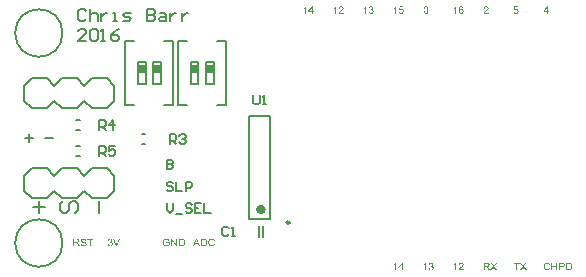
<source format=gto>
G04 Layer_Color=65535*
%FSLAX44Y44*%
%MOMM*%
G71*
G01*
G75*
%ADD17C,0.2500*%
%ADD18C,0.2032*%
%ADD27C,0.4000*%
%ADD28C,0.1270*%
%ADD29C,0.2000*%
%ADD30C,0.1500*%
%ADD31R,0.6477X0.6350*%
%ADD32R,0.6350X0.6350*%
G36*
X448885Y-105555D02*
X449043D01*
X449226Y-105572D01*
X449418Y-105588D01*
X449601Y-105613D01*
X449760Y-105647D01*
X449768D01*
X449785Y-105655D01*
X449818Y-105663D01*
X449851Y-105672D01*
X449901Y-105688D01*
X449960Y-105705D01*
X450085Y-105747D01*
X450234Y-105813D01*
X450393Y-105888D01*
X450551Y-105988D01*
X450701Y-106105D01*
X450709Y-106113D01*
X450726Y-106122D01*
X450751Y-106147D01*
X450784Y-106180D01*
X450826Y-106222D01*
X450876Y-106272D01*
X450926Y-106330D01*
X450984Y-106397D01*
X451109Y-106555D01*
X451234Y-106747D01*
X451359Y-106955D01*
X451459Y-107196D01*
Y-107205D01*
X451468Y-107230D01*
X451484Y-107263D01*
X451501Y-107313D01*
X451517Y-107380D01*
X451543Y-107455D01*
X451567Y-107538D01*
X451592Y-107638D01*
X451609Y-107746D01*
X451634Y-107863D01*
X451659Y-107988D01*
X451676Y-108121D01*
X451709Y-108413D01*
X451717Y-108721D01*
Y-108729D01*
Y-108754D01*
Y-108788D01*
Y-108846D01*
X451709Y-108904D01*
Y-108979D01*
X451701Y-109062D01*
X451693Y-109154D01*
X451676Y-109354D01*
X451642Y-109571D01*
X451601Y-109796D01*
X451543Y-110012D01*
Y-110021D01*
X451534Y-110037D01*
X451526Y-110071D01*
X451509Y-110104D01*
X451493Y-110154D01*
X451476Y-110212D01*
X451426Y-110337D01*
X451368Y-110487D01*
X451293Y-110646D01*
X451201Y-110804D01*
X451109Y-110945D01*
X451101Y-110962D01*
X451059Y-111004D01*
X451009Y-111070D01*
X450934Y-111154D01*
X450851Y-111245D01*
X450751Y-111345D01*
X450634Y-111437D01*
X450518Y-111529D01*
X450501Y-111537D01*
X450460Y-111562D01*
X450393Y-111604D01*
X450301Y-111645D01*
X450193Y-111695D01*
X450060Y-111754D01*
X449910Y-111804D01*
X449751Y-111845D01*
X449743D01*
X449735Y-111854D01*
X449710D01*
X449676Y-111862D01*
X449635Y-111870D01*
X449585Y-111878D01*
X449460Y-111895D01*
X449310Y-111920D01*
X449135Y-111937D01*
X448935Y-111945D01*
X448727Y-111953D01*
X446419D01*
Y-105547D01*
X448810D01*
X448885Y-105555D01*
D02*
G37*
G36*
X439037Y-111953D02*
X438188D01*
Y-108938D01*
X434872D01*
Y-111953D01*
X434022D01*
Y-105547D01*
X434872D01*
Y-108179D01*
X438188D01*
Y-105547D01*
X439037D01*
Y-111953D01*
D02*
G37*
G36*
X443228Y-105555D02*
X443378Y-105563D01*
X443545Y-105572D01*
X443703Y-105588D01*
X443836Y-105613D01*
X443861D01*
X443878Y-105622D01*
X443911Y-105630D01*
X444003Y-105647D01*
X444111Y-105680D01*
X444236Y-105722D01*
X444361Y-105772D01*
X444494Y-105838D01*
X444619Y-105913D01*
X444636Y-105922D01*
X444669Y-105955D01*
X444736Y-106005D01*
X444803Y-106072D01*
X444886Y-106155D01*
X444977Y-106263D01*
X445061Y-106388D01*
X445136Y-106530D01*
Y-106538D01*
X445144Y-106546D01*
X445153Y-106572D01*
X445169Y-106596D01*
X445202Y-106680D01*
X445236Y-106788D01*
X445269Y-106921D01*
X445303Y-107071D01*
X445327Y-107230D01*
X445336Y-107405D01*
Y-107413D01*
Y-107438D01*
Y-107480D01*
X445327Y-107538D01*
X445319Y-107613D01*
X445311Y-107696D01*
X445294Y-107788D01*
X445269Y-107879D01*
X445211Y-108104D01*
X445169Y-108213D01*
X445111Y-108329D01*
X445052Y-108446D01*
X444986Y-108563D01*
X444903Y-108679D01*
X444811Y-108788D01*
X444803Y-108796D01*
X444786Y-108813D01*
X444753Y-108838D01*
X444711Y-108879D01*
X444653Y-108921D01*
X444578Y-108963D01*
X444486Y-109021D01*
X444386Y-109071D01*
X444261Y-109121D01*
X444128Y-109171D01*
X443969Y-109221D01*
X443803Y-109263D01*
X443611Y-109304D01*
X443403Y-109329D01*
X443178Y-109346D01*
X442936Y-109354D01*
X441303D01*
Y-111953D01*
X440454D01*
Y-105547D01*
X443086D01*
X443228Y-105555D01*
D02*
G37*
G36*
X406939Y-106305D02*
X404831D01*
Y-111953D01*
X403982D01*
Y-106305D01*
X401874D01*
Y-105547D01*
X406939D01*
Y-106305D01*
D02*
G37*
G36*
X410638Y-108596D02*
X413029Y-111953D01*
X411988D01*
X410372Y-109671D01*
X410363Y-109662D01*
X410347Y-109637D01*
X410322Y-109596D01*
X410288Y-109546D01*
X410247Y-109487D01*
X410205Y-109421D01*
X410105Y-109279D01*
X410097Y-109296D01*
X410072Y-109329D01*
X410038Y-109388D01*
X409988Y-109454D01*
X409888Y-109612D01*
X409847Y-109679D01*
X409805Y-109737D01*
X408181Y-111953D01*
X407164D01*
X409638Y-108629D01*
X407456Y-105547D01*
X408472D01*
X409638Y-107188D01*
X409647Y-107196D01*
X409655Y-107213D01*
X409672Y-107238D01*
X409697Y-107271D01*
X409763Y-107363D01*
X409838Y-107480D01*
X409922Y-107605D01*
X410005Y-107738D01*
X410080Y-107863D01*
X410147Y-107971D01*
X410155Y-107955D01*
X410188Y-107913D01*
X410230Y-107846D01*
X410288Y-107754D01*
X410363Y-107646D01*
X410455Y-107521D01*
X410546Y-107396D01*
X410655Y-107255D01*
X411930Y-105547D01*
X412854D01*
X410638Y-108596D01*
D02*
G37*
G36*
X430456Y-105447D02*
X430540Y-105455D01*
X430640Y-105463D01*
X430748Y-105480D01*
X430864Y-105497D01*
X431114Y-105555D01*
X431248Y-105597D01*
X431389Y-105647D01*
X431523Y-105705D01*
X431656Y-105763D01*
X431789Y-105847D01*
X431914Y-105930D01*
X431923Y-105938D01*
X431939Y-105955D01*
X431981Y-105980D01*
X432023Y-106022D01*
X432072Y-106072D01*
X432139Y-106130D01*
X432206Y-106205D01*
X432281Y-106288D01*
X432356Y-106380D01*
X432431Y-106480D01*
X432506Y-106596D01*
X432581Y-106713D01*
X432656Y-106846D01*
X432722Y-106988D01*
X432789Y-107146D01*
X432839Y-107305D01*
X432006Y-107505D01*
Y-107496D01*
X431997Y-107471D01*
X431981Y-107438D01*
X431964Y-107388D01*
X431939Y-107330D01*
X431914Y-107263D01*
X431839Y-107113D01*
X431748Y-106946D01*
X431639Y-106780D01*
X431506Y-106622D01*
X431431Y-106555D01*
X431356Y-106488D01*
X431348D01*
X431339Y-106472D01*
X431314Y-106455D01*
X431281Y-106438D01*
X431239Y-106413D01*
X431189Y-106388D01*
X431064Y-106322D01*
X430906Y-106263D01*
X430723Y-106213D01*
X430515Y-106180D01*
X430281Y-106163D01*
X430206D01*
X430156Y-106172D01*
X430098D01*
X430023Y-106180D01*
X429940Y-106197D01*
X429848Y-106205D01*
X429656Y-106247D01*
X429448Y-106313D01*
X429240Y-106405D01*
X429140Y-106455D01*
X429040Y-106522D01*
X429032D01*
X429015Y-106538D01*
X428990Y-106555D01*
X428957Y-106588D01*
X428873Y-106663D01*
X428773Y-106771D01*
X428657Y-106905D01*
X428540Y-107071D01*
X428432Y-107255D01*
X428349Y-107471D01*
Y-107480D01*
X428340Y-107496D01*
X428332Y-107530D01*
X428315Y-107571D01*
X428298Y-107630D01*
X428282Y-107696D01*
X428265Y-107771D01*
X428248Y-107846D01*
X428215Y-108038D01*
X428182Y-108246D01*
X428157Y-108471D01*
X428148Y-108704D01*
Y-108713D01*
Y-108738D01*
Y-108779D01*
Y-108838D01*
X428157Y-108913D01*
X428165Y-108996D01*
Y-109087D01*
X428182Y-109187D01*
X428207Y-109412D01*
X428248Y-109646D01*
X428307Y-109896D01*
X428382Y-110129D01*
Y-110137D01*
X428390Y-110154D01*
X428407Y-110187D01*
X428432Y-110229D01*
X428457Y-110279D01*
X428482Y-110337D01*
X428565Y-110471D01*
X428673Y-110620D01*
X428798Y-110770D01*
X428948Y-110912D01*
X429123Y-111037D01*
X429132D01*
X429148Y-111054D01*
X429173Y-111062D01*
X429215Y-111087D01*
X429257Y-111104D01*
X429315Y-111129D01*
X429448Y-111187D01*
X429615Y-111245D01*
X429798Y-111287D01*
X429998Y-111320D01*
X430215Y-111337D01*
X430281D01*
X430331Y-111329D01*
X430398Y-111320D01*
X430465Y-111312D01*
X430548Y-111304D01*
X430631Y-111287D01*
X430823Y-111237D01*
X431023Y-111162D01*
X431131Y-111120D01*
X431231Y-111062D01*
X431331Y-111004D01*
X431423Y-110929D01*
X431431Y-110920D01*
X431448Y-110912D01*
X431473Y-110887D01*
X431506Y-110854D01*
X431539Y-110812D01*
X431589Y-110754D01*
X431639Y-110695D01*
X431689Y-110620D01*
X431748Y-110546D01*
X431806Y-110454D01*
X431856Y-110354D01*
X431914Y-110246D01*
X431964Y-110121D01*
X432014Y-109996D01*
X432056Y-109862D01*
X432098Y-109712D01*
X432947Y-109929D01*
Y-109937D01*
X432931Y-109971D01*
X432914Y-110029D01*
X432897Y-110104D01*
X432864Y-110187D01*
X432822Y-110287D01*
X432781Y-110395D01*
X432722Y-110520D01*
X432664Y-110646D01*
X432589Y-110779D01*
X432514Y-110904D01*
X432422Y-111037D01*
X432331Y-111170D01*
X432223Y-111295D01*
X432106Y-111412D01*
X431981Y-111520D01*
X431973Y-111529D01*
X431948Y-111545D01*
X431914Y-111570D01*
X431856Y-111604D01*
X431789Y-111645D01*
X431706Y-111695D01*
X431614Y-111737D01*
X431514Y-111787D01*
X431389Y-111845D01*
X431264Y-111887D01*
X431123Y-111937D01*
X430973Y-111979D01*
X430815Y-112012D01*
X430648Y-112037D01*
X430473Y-112053D01*
X430290Y-112062D01*
X430190D01*
X430115Y-112053D01*
X430031Y-112045D01*
X429923Y-112037D01*
X429815Y-112029D01*
X429690Y-112012D01*
X429423Y-111962D01*
X429140Y-111887D01*
X428998Y-111837D01*
X428857Y-111778D01*
X428723Y-111720D01*
X428598Y-111645D01*
X428590Y-111637D01*
X428573Y-111629D01*
X428540Y-111604D01*
X428490Y-111562D01*
X428440Y-111520D01*
X428373Y-111470D01*
X428307Y-111404D01*
X428232Y-111329D01*
X428148Y-111254D01*
X428074Y-111162D01*
X427990Y-111062D01*
X427907Y-110945D01*
X427824Y-110829D01*
X427749Y-110704D01*
X427674Y-110562D01*
X427607Y-110421D01*
Y-110412D01*
X427590Y-110387D01*
X427574Y-110337D01*
X427557Y-110279D01*
X427532Y-110204D01*
X427499Y-110121D01*
X427474Y-110021D01*
X427440Y-109904D01*
X427407Y-109779D01*
X427382Y-109646D01*
X427349Y-109504D01*
X427324Y-109362D01*
X427290Y-109038D01*
X427274Y-108704D01*
Y-108696D01*
Y-108663D01*
Y-108604D01*
X427282Y-108538D01*
Y-108446D01*
X427290Y-108346D01*
X427307Y-108238D01*
X427324Y-108113D01*
X427340Y-107979D01*
X427365Y-107838D01*
X427432Y-107546D01*
X427524Y-107255D01*
X427582Y-107105D01*
X427649Y-106963D01*
X427657Y-106955D01*
X427665Y-106930D01*
X427690Y-106888D01*
X427724Y-106838D01*
X427757Y-106780D01*
X427807Y-106705D01*
X427865Y-106630D01*
X427932Y-106538D01*
X428082Y-106355D01*
X428274Y-106172D01*
X428490Y-105988D01*
X428615Y-105905D01*
X428740Y-105830D01*
X428748Y-105822D01*
X428773Y-105813D01*
X428815Y-105797D01*
X428865Y-105772D01*
X428932Y-105738D01*
X429007Y-105705D01*
X429098Y-105672D01*
X429198Y-105630D01*
X429315Y-105597D01*
X429431Y-105563D01*
X429698Y-105497D01*
X429990Y-105455D01*
X430140Y-105438D01*
X430390D01*
X430456Y-105447D01*
D02*
G37*
G36*
X357705Y-105530D02*
X357789Y-105538D01*
X357880Y-105547D01*
X357980Y-105563D01*
X358089Y-105588D01*
X358322Y-105647D01*
X358438Y-105688D01*
X358563Y-105738D01*
X358689Y-105797D01*
X358805Y-105872D01*
X358913Y-105947D01*
X359022Y-106038D01*
X359030Y-106047D01*
X359047Y-106063D01*
X359072Y-106088D01*
X359105Y-106130D01*
X359147Y-106180D01*
X359197Y-106238D01*
X359238Y-106305D01*
X359297Y-106388D01*
X359347Y-106472D01*
X359388Y-106572D01*
X359480Y-106788D01*
X359513Y-106905D01*
X359538Y-107030D01*
X359555Y-107163D01*
X359563Y-107305D01*
Y-107321D01*
Y-107371D01*
X359555Y-107446D01*
X359547Y-107546D01*
X359522Y-107655D01*
X359497Y-107788D01*
X359455Y-107921D01*
X359405Y-108063D01*
X359397Y-108080D01*
X359372Y-108130D01*
X359338Y-108204D01*
X359280Y-108296D01*
X359205Y-108413D01*
X359113Y-108546D01*
X359005Y-108696D01*
X358880Y-108846D01*
Y-108854D01*
X358863Y-108863D01*
X358838Y-108888D01*
X358813Y-108921D01*
X358772Y-108963D01*
X358722Y-109013D01*
X358663Y-109071D01*
X358588Y-109137D01*
X358513Y-109213D01*
X358422Y-109296D01*
X358322Y-109396D01*
X358214Y-109496D01*
X358089Y-109604D01*
X357964Y-109712D01*
X357814Y-109837D01*
X357664Y-109971D01*
X357655Y-109979D01*
X357630Y-109996D01*
X357597Y-110029D01*
X357547Y-110062D01*
X357497Y-110112D01*
X357430Y-110171D01*
X357289Y-110296D01*
X357131Y-110429D01*
X356981Y-110562D01*
X356914Y-110620D01*
X356856Y-110679D01*
X356797Y-110737D01*
X356756Y-110779D01*
X356747Y-110787D01*
X356722Y-110812D01*
X356689Y-110854D01*
X356639Y-110912D01*
X356589Y-110970D01*
X356531Y-111045D01*
X356422Y-111195D01*
X359572D01*
Y-111953D01*
X355331D01*
Y-111937D01*
Y-111903D01*
Y-111854D01*
X355339Y-111778D01*
X355348Y-111695D01*
X355364Y-111604D01*
X355389Y-111512D01*
X355423Y-111412D01*
Y-111404D01*
X355431Y-111395D01*
X355439Y-111370D01*
X355456Y-111337D01*
X355489Y-111254D01*
X355548Y-111145D01*
X355623Y-111012D01*
X355706Y-110870D01*
X355814Y-110721D01*
X355939Y-110562D01*
X355947Y-110554D01*
X355956Y-110546D01*
X355981Y-110520D01*
X356006Y-110487D01*
X356089Y-110395D01*
X356206Y-110279D01*
X356347Y-110137D01*
X356522Y-109971D01*
X356731Y-109787D01*
X356972Y-109587D01*
X356981Y-109579D01*
X357014Y-109546D01*
X357072Y-109504D01*
X357139Y-109446D01*
X357222Y-109371D01*
X357322Y-109288D01*
X357430Y-109196D01*
X357539Y-109096D01*
X357772Y-108879D01*
X358005Y-108654D01*
X358114Y-108538D01*
X358214Y-108429D01*
X358305Y-108329D01*
X358380Y-108229D01*
X358388Y-108221D01*
X358397Y-108204D01*
X358414Y-108179D01*
X358438Y-108146D01*
X358464Y-108096D01*
X358497Y-108046D01*
X358572Y-107921D01*
X358638Y-107780D01*
X358697Y-107621D01*
X358738Y-107446D01*
X358755Y-107363D01*
Y-107280D01*
Y-107271D01*
Y-107255D01*
Y-107238D01*
X358747Y-107205D01*
X358738Y-107113D01*
X358713Y-107005D01*
X358672Y-106880D01*
X358614Y-106755D01*
X358530Y-106622D01*
X358414Y-106496D01*
X358397Y-106480D01*
X358355Y-106447D01*
X358280Y-106397D01*
X358180Y-106330D01*
X358055Y-106272D01*
X357905Y-106222D01*
X357730Y-106188D01*
X357539Y-106172D01*
X357480D01*
X357447Y-106180D01*
X357397D01*
X357339Y-106188D01*
X357214Y-106213D01*
X357072Y-106255D01*
X356914Y-106313D01*
X356764Y-106397D01*
X356631Y-106513D01*
X356614Y-106530D01*
X356581Y-106572D01*
X356522Y-106655D01*
X356464Y-106755D01*
X356397Y-106896D01*
X356339Y-107055D01*
X356306Y-107238D01*
X356289Y-107455D01*
X355481Y-107371D01*
Y-107363D01*
X355489Y-107330D01*
Y-107288D01*
X355498Y-107221D01*
X355514Y-107146D01*
X355531Y-107063D01*
X355556Y-106963D01*
X355589Y-106863D01*
X355664Y-106638D01*
X355714Y-106522D01*
X355773Y-106413D01*
X355839Y-106297D01*
X355914Y-106188D01*
X355998Y-106088D01*
X356097Y-105997D01*
X356106Y-105988D01*
X356123Y-105980D01*
X356156Y-105955D01*
X356197Y-105922D01*
X356256Y-105888D01*
X356322Y-105847D01*
X356397Y-105805D01*
X356489Y-105755D01*
X356589Y-105713D01*
X356697Y-105672D01*
X356814Y-105630D01*
X356947Y-105597D01*
X357080Y-105563D01*
X357230Y-105538D01*
X357389Y-105530D01*
X357555Y-105522D01*
X357647D01*
X357705Y-105530D01*
D02*
G37*
G36*
X328032Y-111953D02*
X327248D01*
Y-106946D01*
X327232Y-106955D01*
X327198Y-106988D01*
X327132Y-107046D01*
X327048Y-107113D01*
X326940Y-107196D01*
X326807Y-107288D01*
X326665Y-107388D01*
X326498Y-107488D01*
X326490D01*
X326482Y-107496D01*
X326457Y-107513D01*
X326424Y-107530D01*
X326332Y-107580D01*
X326224Y-107638D01*
X326099Y-107705D01*
X325957Y-107771D01*
X325815Y-107838D01*
X325674Y-107896D01*
Y-107130D01*
X325682D01*
X325707Y-107113D01*
X325740Y-107096D01*
X325782Y-107071D01*
X325840Y-107046D01*
X325907Y-107005D01*
X326065Y-106921D01*
X326240Y-106813D01*
X326440Y-106680D01*
X326632Y-106538D01*
X326824Y-106380D01*
X326832Y-106372D01*
X326848Y-106363D01*
X326873Y-106338D01*
X326907Y-106305D01*
X326990Y-106222D01*
X327098Y-106105D01*
X327207Y-105980D01*
X327323Y-105830D01*
X327432Y-105680D01*
X327523Y-105522D01*
X328032D01*
Y-111953D01*
D02*
G37*
G36*
X353432D02*
X352648D01*
Y-106946D01*
X352632Y-106955D01*
X352598Y-106988D01*
X352532Y-107046D01*
X352448Y-107113D01*
X352340Y-107196D01*
X352207Y-107288D01*
X352065Y-107388D01*
X351898Y-107488D01*
X351890D01*
X351882Y-107496D01*
X351857Y-107513D01*
X351824Y-107530D01*
X351732Y-107580D01*
X351624Y-107638D01*
X351499Y-107705D01*
X351357Y-107771D01*
X351215Y-107838D01*
X351074Y-107896D01*
Y-107130D01*
X351082D01*
X351107Y-107113D01*
X351140Y-107096D01*
X351182Y-107071D01*
X351240Y-107046D01*
X351307Y-107005D01*
X351465Y-106921D01*
X351640Y-106813D01*
X351840Y-106680D01*
X352032Y-106538D01*
X352224Y-106380D01*
X352232Y-106372D01*
X352248Y-106363D01*
X352273Y-106338D01*
X352307Y-106305D01*
X352390Y-106222D01*
X352498Y-106105D01*
X352607Y-105980D01*
X352723Y-105830D01*
X352832Y-105680D01*
X352923Y-105522D01*
X353432D01*
Y-111953D01*
D02*
G37*
G36*
X379531Y-105555D02*
X379606D01*
X379698Y-105563D01*
X379798Y-105572D01*
X380006Y-105588D01*
X380223Y-105622D01*
X380431Y-105663D01*
X380531Y-105688D01*
X380614Y-105722D01*
X380623D01*
X380631Y-105730D01*
X380656Y-105738D01*
X380689Y-105755D01*
X380773Y-105797D01*
X380873Y-105863D01*
X380989Y-105947D01*
X381106Y-106055D01*
X381222Y-106188D01*
X381331Y-106338D01*
Y-106347D01*
X381339Y-106355D01*
X381356Y-106380D01*
X381372Y-106413D01*
X381414Y-106505D01*
X381464Y-106622D01*
X381514Y-106763D01*
X381556Y-106930D01*
X381589Y-107113D01*
X381597Y-107305D01*
Y-107313D01*
Y-107338D01*
Y-107371D01*
X381589Y-107421D01*
X381581Y-107480D01*
X381572Y-107546D01*
X381539Y-107705D01*
X381489Y-107888D01*
X381414Y-108080D01*
X381364Y-108171D01*
X381306Y-108271D01*
X381231Y-108363D01*
X381156Y-108454D01*
X381147Y-108463D01*
X381139Y-108471D01*
X381106Y-108496D01*
X381073Y-108529D01*
X381023Y-108563D01*
X380964Y-108604D01*
X380898Y-108654D01*
X380823Y-108704D01*
X380731Y-108754D01*
X380631Y-108804D01*
X380514Y-108854D01*
X380389Y-108904D01*
X380256Y-108946D01*
X380115Y-108988D01*
X379956Y-109021D01*
X379790Y-109046D01*
X379806Y-109054D01*
X379848Y-109071D01*
X379906Y-109104D01*
X379981Y-109146D01*
X380148Y-109254D01*
X380223Y-109312D01*
X380298Y-109371D01*
X380306D01*
X380314Y-109388D01*
X380364Y-109429D01*
X380431Y-109504D01*
X380531Y-109604D01*
X380639Y-109721D01*
X380756Y-109871D01*
X380881Y-110037D01*
X381006Y-110221D01*
X382114Y-111953D01*
X381048D01*
X380206Y-110629D01*
Y-110620D01*
X380190Y-110604D01*
X380173Y-110570D01*
X380148Y-110537D01*
X380115Y-110487D01*
X380073Y-110429D01*
X379990Y-110304D01*
X379889Y-110162D01*
X379790Y-110021D01*
X379690Y-109879D01*
X379590Y-109754D01*
X379581Y-109737D01*
X379548Y-109704D01*
X379506Y-109646D01*
X379448Y-109587D01*
X379381Y-109512D01*
X379306Y-109437D01*
X379231Y-109379D01*
X379156Y-109321D01*
X379148Y-109312D01*
X379123Y-109304D01*
X379090Y-109279D01*
X379040Y-109254D01*
X378981Y-109221D01*
X378915Y-109196D01*
X378773Y-109146D01*
X378765D01*
X378748Y-109137D01*
X378715D01*
X378665Y-109129D01*
X378598Y-109121D01*
X378515D01*
X378423Y-109113D01*
X377323D01*
Y-111953D01*
X376474D01*
Y-105547D01*
X379456D01*
X379531Y-105555D01*
D02*
G37*
G36*
X385746Y-108596D02*
X388137Y-111953D01*
X387096D01*
X385480Y-109671D01*
X385471Y-109662D01*
X385455Y-109637D01*
X385430Y-109596D01*
X385396Y-109546D01*
X385355Y-109487D01*
X385313Y-109421D01*
X385213Y-109279D01*
X385205Y-109296D01*
X385180Y-109329D01*
X385146Y-109388D01*
X385097Y-109454D01*
X384997Y-109612D01*
X384955Y-109679D01*
X384913Y-109737D01*
X383289Y-111953D01*
X382272D01*
X384747Y-108629D01*
X382564Y-105547D01*
X383580D01*
X384747Y-107188D01*
X384755Y-107196D01*
X384763Y-107213D01*
X384780Y-107238D01*
X384805Y-107271D01*
X384872Y-107363D01*
X384947Y-107480D01*
X385030Y-107605D01*
X385113Y-107738D01*
X385188Y-107863D01*
X385255Y-107971D01*
X385263Y-107955D01*
X385297Y-107913D01*
X385338Y-107846D01*
X385396Y-107754D01*
X385471Y-107646D01*
X385563Y-107521D01*
X385655Y-107396D01*
X385763Y-107255D01*
X387038Y-105547D01*
X387962D01*
X385746Y-108596D01*
D02*
G37*
G36*
X120904Y-85202D02*
X121062D01*
X121246Y-85218D01*
X121437Y-85235D01*
X121621Y-85260D01*
X121779Y-85293D01*
X121787D01*
X121804Y-85302D01*
X121837Y-85310D01*
X121871Y-85318D01*
X121921Y-85335D01*
X121979Y-85352D01*
X122104Y-85393D01*
X122254Y-85460D01*
X122412Y-85535D01*
X122570Y-85635D01*
X122720Y-85751D01*
X122729Y-85760D01*
X122745Y-85768D01*
X122770Y-85793D01*
X122804Y-85827D01*
X122845Y-85868D01*
X122895Y-85918D01*
X122945Y-85976D01*
X123004Y-86043D01*
X123129Y-86201D01*
X123254Y-86393D01*
X123379Y-86601D01*
X123478Y-86843D01*
Y-86851D01*
X123487Y-86876D01*
X123504Y-86910D01*
X123520Y-86959D01*
X123537Y-87026D01*
X123562Y-87101D01*
X123587Y-87184D01*
X123612Y-87284D01*
X123629Y-87393D01*
X123653Y-87509D01*
X123679Y-87634D01*
X123695Y-87768D01*
X123729Y-88059D01*
X123737Y-88368D01*
Y-88376D01*
Y-88401D01*
Y-88434D01*
Y-88492D01*
X123729Y-88551D01*
Y-88626D01*
X123720Y-88709D01*
X123712Y-88801D01*
X123695Y-89001D01*
X123662Y-89217D01*
X123620Y-89442D01*
X123562Y-89659D01*
Y-89667D01*
X123553Y-89684D01*
X123545Y-89717D01*
X123528Y-89750D01*
X123512Y-89801D01*
X123495Y-89859D01*
X123445Y-89984D01*
X123387Y-90134D01*
X123312Y-90292D01*
X123220Y-90450D01*
X123129Y-90592D01*
X123120Y-90609D01*
X123079Y-90650D01*
X123029Y-90717D01*
X122954Y-90800D01*
X122870Y-90892D01*
X122770Y-90992D01*
X122654Y-91083D01*
X122537Y-91175D01*
X122521Y-91183D01*
X122479Y-91208D01*
X122412Y-91250D01*
X122320Y-91292D01*
X122212Y-91342D01*
X122079Y-91400D01*
X121929Y-91450D01*
X121771Y-91492D01*
X121762D01*
X121754Y-91500D01*
X121729D01*
X121696Y-91508D01*
X121654Y-91517D01*
X121604Y-91525D01*
X121479Y-91542D01*
X121329Y-91567D01*
X121154Y-91583D01*
X120954Y-91592D01*
X120746Y-91600D01*
X118438D01*
Y-85193D01*
X120829D01*
X120904Y-85202D01*
D02*
G37*
G36*
X117014Y-91600D02*
X116139D01*
X112781Y-86576D01*
Y-91600D01*
X111965D01*
Y-85193D01*
X112831D01*
X116197Y-90225D01*
Y-85193D01*
X117014D01*
Y-91600D01*
D02*
G37*
G36*
X146571Y-85093D02*
X146654Y-85102D01*
X146754Y-85110D01*
X146862Y-85127D01*
X146979Y-85143D01*
X147229Y-85202D01*
X147362Y-85243D01*
X147504Y-85293D01*
X147637Y-85352D01*
X147771Y-85410D01*
X147904Y-85493D01*
X148029Y-85576D01*
X148037Y-85585D01*
X148054Y-85602D01*
X148096Y-85626D01*
X148137Y-85668D01*
X148187Y-85718D01*
X148254Y-85777D01*
X148320Y-85851D01*
X148395Y-85935D01*
X148470Y-86026D01*
X148545Y-86126D01*
X148620Y-86243D01*
X148695Y-86360D01*
X148770Y-86493D01*
X148837Y-86635D01*
X148904Y-86793D01*
X148954Y-86951D01*
X148120Y-87151D01*
Y-87143D01*
X148112Y-87118D01*
X148096Y-87085D01*
X148079Y-87035D01*
X148054Y-86976D01*
X148029Y-86910D01*
X147954Y-86760D01*
X147862Y-86593D01*
X147754Y-86426D01*
X147621Y-86268D01*
X147546Y-86201D01*
X147471Y-86135D01*
X147462D01*
X147454Y-86118D01*
X147429Y-86101D01*
X147396Y-86085D01*
X147354Y-86060D01*
X147304Y-86035D01*
X147179Y-85968D01*
X147021Y-85910D01*
X146838Y-85860D01*
X146629Y-85827D01*
X146396Y-85810D01*
X146321D01*
X146271Y-85818D01*
X146213D01*
X146138Y-85827D01*
X146054Y-85843D01*
X145963Y-85851D01*
X145771Y-85893D01*
X145563Y-85960D01*
X145354Y-86051D01*
X145254Y-86101D01*
X145155Y-86168D01*
X145146D01*
X145130Y-86185D01*
X145105Y-86201D01*
X145071Y-86235D01*
X144988Y-86310D01*
X144888Y-86418D01*
X144771Y-86551D01*
X144655Y-86718D01*
X144546Y-86901D01*
X144463Y-87118D01*
Y-87126D01*
X144455Y-87143D01*
X144446Y-87176D01*
X144430Y-87218D01*
X144413Y-87276D01*
X144396Y-87343D01*
X144380Y-87418D01*
X144363Y-87493D01*
X144330Y-87684D01*
X144297Y-87893D01*
X144271Y-88118D01*
X144263Y-88351D01*
Y-88359D01*
Y-88384D01*
Y-88426D01*
Y-88484D01*
X144271Y-88559D01*
X144280Y-88642D01*
Y-88734D01*
X144297Y-88834D01*
X144321Y-89059D01*
X144363Y-89292D01*
X144421Y-89542D01*
X144496Y-89775D01*
Y-89784D01*
X144505Y-89801D01*
X144521Y-89834D01*
X144546Y-89875D01*
X144571Y-89925D01*
X144596Y-89984D01*
X144680Y-90117D01*
X144788Y-90267D01*
X144913Y-90417D01*
X145063Y-90559D01*
X145238Y-90684D01*
X145246D01*
X145263Y-90700D01*
X145288Y-90709D01*
X145330Y-90733D01*
X145371Y-90750D01*
X145429Y-90775D01*
X145563Y-90834D01*
X145729Y-90892D01*
X145913Y-90934D01*
X146113Y-90967D01*
X146329Y-90983D01*
X146396D01*
X146446Y-90975D01*
X146513Y-90967D01*
X146579Y-90958D01*
X146663Y-90950D01*
X146746Y-90934D01*
X146938Y-90884D01*
X147137Y-90808D01*
X147246Y-90767D01*
X147346Y-90709D01*
X147446Y-90650D01*
X147537Y-90575D01*
X147546Y-90567D01*
X147562Y-90559D01*
X147587Y-90534D01*
X147621Y-90500D01*
X147654Y-90459D01*
X147704Y-90400D01*
X147754Y-90342D01*
X147804Y-90267D01*
X147862Y-90192D01*
X147921Y-90100D01*
X147971Y-90000D01*
X148029Y-89892D01*
X148079Y-89767D01*
X148129Y-89642D01*
X148170Y-89509D01*
X148212Y-89359D01*
X149062Y-89576D01*
Y-89584D01*
X149045Y-89617D01*
X149029Y-89676D01*
X149012Y-89750D01*
X148979Y-89834D01*
X148937Y-89934D01*
X148895Y-90042D01*
X148837Y-90167D01*
X148779Y-90292D01*
X148704Y-90425D01*
X148629Y-90550D01*
X148537Y-90684D01*
X148445Y-90817D01*
X148337Y-90942D01*
X148221Y-91059D01*
X148096Y-91167D01*
X148087Y-91175D01*
X148062Y-91192D01*
X148029Y-91217D01*
X147971Y-91250D01*
X147904Y-91292D01*
X147821Y-91342D01*
X147729Y-91383D01*
X147629Y-91433D01*
X147504Y-91492D01*
X147379Y-91533D01*
X147237Y-91583D01*
X147087Y-91625D01*
X146929Y-91658D01*
X146763Y-91683D01*
X146587Y-91700D01*
X146404Y-91708D01*
X146304D01*
X146229Y-91700D01*
X146146Y-91692D01*
X146038Y-91683D01*
X145929Y-91675D01*
X145804Y-91658D01*
X145538Y-91608D01*
X145254Y-91533D01*
X145113Y-91483D01*
X144971Y-91425D01*
X144838Y-91367D01*
X144713Y-91292D01*
X144705Y-91283D01*
X144688Y-91275D01*
X144655Y-91250D01*
X144605Y-91208D01*
X144555Y-91167D01*
X144488Y-91117D01*
X144421Y-91050D01*
X144346Y-90975D01*
X144263Y-90900D01*
X144188Y-90808D01*
X144105Y-90709D01*
X144022Y-90592D01*
X143938Y-90475D01*
X143863Y-90350D01*
X143788Y-90209D01*
X143722Y-90067D01*
Y-90059D01*
X143705Y-90034D01*
X143688Y-89984D01*
X143672Y-89925D01*
X143647Y-89850D01*
X143613Y-89767D01*
X143588Y-89667D01*
X143555Y-89551D01*
X143522Y-89426D01*
X143497Y-89292D01*
X143463Y-89151D01*
X143438Y-89009D01*
X143405Y-88684D01*
X143388Y-88351D01*
Y-88343D01*
Y-88309D01*
Y-88251D01*
X143397Y-88184D01*
Y-88093D01*
X143405Y-87993D01*
X143422Y-87884D01*
X143438Y-87759D01*
X143455Y-87626D01*
X143480Y-87484D01*
X143547Y-87193D01*
X143638Y-86901D01*
X143697Y-86751D01*
X143763Y-86610D01*
X143772Y-86601D01*
X143780Y-86576D01*
X143805Y-86535D01*
X143838Y-86485D01*
X143872Y-86426D01*
X143922Y-86351D01*
X143980Y-86276D01*
X144046Y-86185D01*
X144197Y-86001D01*
X144388Y-85818D01*
X144605Y-85635D01*
X144730Y-85552D01*
X144855Y-85477D01*
X144863Y-85468D01*
X144888Y-85460D01*
X144930Y-85443D01*
X144980Y-85418D01*
X145046Y-85385D01*
X145121Y-85352D01*
X145213Y-85318D01*
X145313Y-85277D01*
X145429Y-85243D01*
X145546Y-85210D01*
X145813Y-85143D01*
X146104Y-85102D01*
X146254Y-85085D01*
X146504D01*
X146571Y-85093D01*
D02*
G37*
G36*
X136482Y-91600D02*
X135524D01*
X134782Y-89659D01*
X132100D01*
X131400Y-91600D01*
X130508D01*
X132949Y-85193D01*
X133874D01*
X136482Y-91600D01*
D02*
G37*
G36*
X139639Y-85202D02*
X139798D01*
X139981Y-85218D01*
X140173Y-85235D01*
X140356Y-85260D01*
X140514Y-85293D01*
X140522D01*
X140539Y-85302D01*
X140572Y-85310D01*
X140606Y-85318D01*
X140656Y-85335D01*
X140714Y-85352D01*
X140839Y-85393D01*
X140989Y-85460D01*
X141147Y-85535D01*
X141306Y-85635D01*
X141455Y-85751D01*
X141464Y-85760D01*
X141481Y-85768D01*
X141505Y-85793D01*
X141539Y-85827D01*
X141580Y-85868D01*
X141630Y-85918D01*
X141680Y-85976D01*
X141739Y-86043D01*
X141864Y-86201D01*
X141989Y-86393D01*
X142114Y-86601D01*
X142214Y-86843D01*
Y-86851D01*
X142222Y-86876D01*
X142239Y-86910D01*
X142255Y-86959D01*
X142272Y-87026D01*
X142297Y-87101D01*
X142322Y-87184D01*
X142347Y-87284D01*
X142364Y-87393D01*
X142389Y-87509D01*
X142414Y-87634D01*
X142430Y-87768D01*
X142464Y-88059D01*
X142472Y-88368D01*
Y-88376D01*
Y-88401D01*
Y-88434D01*
Y-88492D01*
X142464Y-88551D01*
Y-88626D01*
X142455Y-88709D01*
X142447Y-88801D01*
X142430Y-89001D01*
X142397Y-89217D01*
X142355Y-89442D01*
X142297Y-89659D01*
Y-89667D01*
X142289Y-89684D01*
X142280Y-89717D01*
X142264Y-89750D01*
X142247Y-89801D01*
X142230Y-89859D01*
X142180Y-89984D01*
X142122Y-90134D01*
X142047Y-90292D01*
X141955Y-90450D01*
X141864Y-90592D01*
X141855Y-90609D01*
X141814Y-90650D01*
X141764Y-90717D01*
X141689Y-90800D01*
X141606Y-90892D01*
X141505Y-90992D01*
X141389Y-91083D01*
X141272Y-91175D01*
X141256Y-91183D01*
X141214Y-91208D01*
X141147Y-91250D01*
X141056Y-91292D01*
X140947Y-91342D01*
X140814Y-91400D01*
X140664Y-91450D01*
X140506Y-91492D01*
X140497D01*
X140489Y-91500D01*
X140464D01*
X140431Y-91508D01*
X140389Y-91517D01*
X140339Y-91525D01*
X140214Y-91542D01*
X140064Y-91567D01*
X139889Y-91583D01*
X139689Y-91592D01*
X139481Y-91600D01*
X137173D01*
Y-85193D01*
X139564D01*
X139639Y-85202D01*
D02*
G37*
G36*
X108182Y-85093D02*
X108249D01*
X108332Y-85102D01*
X108416Y-85110D01*
X108616Y-85143D01*
X108824Y-85185D01*
X109041Y-85243D01*
X109257Y-85318D01*
X109265D01*
X109282Y-85327D01*
X109307Y-85343D01*
X109349Y-85360D01*
X109399Y-85385D01*
X109449Y-85410D01*
X109574Y-85477D01*
X109715Y-85568D01*
X109865Y-85676D01*
X110007Y-85801D01*
X110132Y-85943D01*
Y-85951D01*
X110149Y-85960D01*
X110165Y-85985D01*
X110182Y-86018D01*
X110215Y-86051D01*
X110240Y-86101D01*
X110315Y-86226D01*
X110399Y-86376D01*
X110473Y-86551D01*
X110557Y-86760D01*
X110624Y-86993D01*
X109857Y-87201D01*
Y-87193D01*
X109849Y-87176D01*
X109840Y-87151D01*
X109832Y-87118D01*
X109799Y-87035D01*
X109757Y-86918D01*
X109707Y-86801D01*
X109649Y-86668D01*
X109574Y-86543D01*
X109499Y-86435D01*
X109490Y-86418D01*
X109457Y-86385D01*
X109407Y-86335D01*
X109340Y-86268D01*
X109257Y-86201D01*
X109149Y-86126D01*
X109024Y-86051D01*
X108882Y-85985D01*
X108874D01*
X108866Y-85976D01*
X108816Y-85960D01*
X108732Y-85926D01*
X108624Y-85893D01*
X108499Y-85868D01*
X108349Y-85835D01*
X108182Y-85818D01*
X108007Y-85810D01*
X107907D01*
X107858Y-85818D01*
X107799D01*
X107666Y-85835D01*
X107508Y-85851D01*
X107333Y-85885D01*
X107166Y-85935D01*
X106999Y-85993D01*
X106991D01*
X106983Y-86001D01*
X106933Y-86026D01*
X106849Y-86060D01*
X106758Y-86118D01*
X106650Y-86185D01*
X106533Y-86260D01*
X106416Y-86360D01*
X106316Y-86460D01*
X106308Y-86476D01*
X106275Y-86510D01*
X106225Y-86568D01*
X106166Y-86643D01*
X106108Y-86735D01*
X106041Y-86843D01*
X105975Y-86968D01*
X105916Y-87093D01*
Y-87101D01*
X105908Y-87118D01*
X105891Y-87151D01*
X105883Y-87193D01*
X105858Y-87251D01*
X105841Y-87318D01*
X105816Y-87393D01*
X105800Y-87476D01*
X105750Y-87668D01*
X105716Y-87884D01*
X105683Y-88126D01*
X105675Y-88384D01*
Y-88392D01*
Y-88426D01*
Y-88468D01*
X105683Y-88526D01*
Y-88601D01*
X105691Y-88684D01*
X105700Y-88784D01*
X105708Y-88884D01*
X105750Y-89109D01*
X105800Y-89351D01*
X105866Y-89592D01*
X105966Y-89817D01*
Y-89825D01*
X105983Y-89842D01*
X106000Y-89875D01*
X106025Y-89909D01*
X106050Y-89959D01*
X106091Y-90017D01*
X106183Y-90142D01*
X106300Y-90275D01*
X106450Y-90425D01*
X106616Y-90559D01*
X106816Y-90675D01*
X106825D01*
X106841Y-90684D01*
X106875Y-90700D01*
X106916Y-90717D01*
X106966Y-90742D01*
X107033Y-90758D01*
X107099Y-90784D01*
X107183Y-90808D01*
X107358Y-90867D01*
X107558Y-90908D01*
X107783Y-90942D01*
X108016Y-90950D01*
X108108D01*
X108158Y-90942D01*
X108216D01*
X108357Y-90925D01*
X108524Y-90900D01*
X108699Y-90858D01*
X108891Y-90808D01*
X109091Y-90742D01*
X109099D01*
X109116Y-90733D01*
X109141Y-90717D01*
X109174Y-90709D01*
X109274Y-90667D01*
X109390Y-90609D01*
X109515Y-90542D01*
X109649Y-90467D01*
X109774Y-90384D01*
X109890Y-90292D01*
Y-89092D01*
X108007D01*
Y-88334D01*
X110723D01*
Y-90717D01*
X110715Y-90725D01*
X110698Y-90742D01*
X110665Y-90767D01*
X110615Y-90800D01*
X110557Y-90842D01*
X110490Y-90884D01*
X110415Y-90934D01*
X110332Y-90992D01*
X110132Y-91117D01*
X109915Y-91233D01*
X109682Y-91358D01*
X109432Y-91458D01*
X109424D01*
X109399Y-91467D01*
X109366Y-91483D01*
X109316Y-91500D01*
X109257Y-91517D01*
X109182Y-91533D01*
X109099Y-91558D01*
X109016Y-91583D01*
X108807Y-91625D01*
X108574Y-91667D01*
X108324Y-91700D01*
X108066Y-91708D01*
X107974D01*
X107907Y-91700D01*
X107824D01*
X107724Y-91683D01*
X107616Y-91675D01*
X107499Y-91658D01*
X107366Y-91633D01*
X107233Y-91608D01*
X106941Y-91542D01*
X106650Y-91442D01*
X106500Y-91375D01*
X106350Y-91308D01*
X106341Y-91300D01*
X106316Y-91292D01*
X106275Y-91267D01*
X106225Y-91233D01*
X106158Y-91192D01*
X106083Y-91142D01*
X106008Y-91075D01*
X105916Y-91009D01*
X105825Y-90934D01*
X105733Y-90842D01*
X105633Y-90750D01*
X105541Y-90642D01*
X105442Y-90534D01*
X105350Y-90409D01*
X105267Y-90284D01*
X105192Y-90142D01*
Y-90134D01*
X105175Y-90109D01*
X105158Y-90067D01*
X105133Y-90009D01*
X105100Y-89934D01*
X105067Y-89850D01*
X105033Y-89750D01*
X105000Y-89642D01*
X104958Y-89517D01*
X104925Y-89384D01*
X104892Y-89251D01*
X104858Y-89101D01*
X104817Y-88776D01*
X104808Y-88609D01*
X104800Y-88434D01*
Y-88426D01*
Y-88392D01*
Y-88343D01*
X104808Y-88276D01*
Y-88193D01*
X104817Y-88093D01*
X104833Y-87984D01*
X104850Y-87859D01*
X104867Y-87734D01*
X104892Y-87593D01*
X104958Y-87301D01*
X105058Y-86993D01*
X105117Y-86834D01*
X105183Y-86685D01*
X105192Y-86676D01*
X105200Y-86651D01*
X105225Y-86610D01*
X105258Y-86551D01*
X105300Y-86485D01*
X105350Y-86410D01*
X105408Y-86326D01*
X105475Y-86235D01*
X105550Y-86135D01*
X105633Y-86035D01*
X105725Y-85935D01*
X105825Y-85835D01*
X106050Y-85652D01*
X106175Y-85560D01*
X106308Y-85485D01*
X106316Y-85477D01*
X106341Y-85468D01*
X106383Y-85452D01*
X106441Y-85418D01*
X106508Y-85393D01*
X106591Y-85360D01*
X106691Y-85318D01*
X106799Y-85285D01*
X106916Y-85243D01*
X107049Y-85210D01*
X107183Y-85177D01*
X107333Y-85143D01*
X107658Y-85102D01*
X107824Y-85093D01*
X107999Y-85085D01*
X108116D01*
X108182Y-85093D01*
D02*
G37*
G36*
X46104Y-85951D02*
X43996D01*
Y-91600D01*
X43146D01*
Y-85951D01*
X41039D01*
Y-85193D01*
X46104D01*
Y-85951D01*
D02*
G37*
G36*
X37948Y-85093D02*
X38014D01*
X38098Y-85102D01*
X38189Y-85110D01*
X38381Y-85143D01*
X38589Y-85185D01*
X38806Y-85243D01*
X39014Y-85318D01*
X39023D01*
X39039Y-85327D01*
X39064Y-85343D01*
X39106Y-85360D01*
X39206Y-85418D01*
X39322Y-85493D01*
X39464Y-85585D01*
X39597Y-85702D01*
X39739Y-85843D01*
X39856Y-86001D01*
Y-86010D01*
X39872Y-86018D01*
X39881Y-86043D01*
X39906Y-86076D01*
X39922Y-86118D01*
X39947Y-86168D01*
X40005Y-86293D01*
X40064Y-86443D01*
X40114Y-86610D01*
X40156Y-86801D01*
X40172Y-87001D01*
X39356Y-87059D01*
Y-87051D01*
Y-87035D01*
X39347Y-87001D01*
X39339Y-86959D01*
X39331Y-86910D01*
X39314Y-86851D01*
X39272Y-86718D01*
X39214Y-86576D01*
X39139Y-86426D01*
X39039Y-86276D01*
X38906Y-86151D01*
X38889Y-86135D01*
X38864Y-86126D01*
X38839Y-86101D01*
X38798Y-86076D01*
X38747Y-86051D01*
X38689Y-86026D01*
X38631Y-85993D01*
X38556Y-85968D01*
X38473Y-85943D01*
X38381Y-85918D01*
X38281Y-85893D01*
X38173Y-85868D01*
X38056Y-85860D01*
X37931Y-85843D01*
X37673D01*
X37606Y-85851D01*
X37540Y-85860D01*
X37373Y-85877D01*
X37190Y-85910D01*
X37006Y-85960D01*
X36831Y-86035D01*
X36748Y-86076D01*
X36681Y-86126D01*
X36665Y-86143D01*
X36623Y-86176D01*
X36573Y-86235D01*
X36506Y-86318D01*
X36440Y-86418D01*
X36390Y-86535D01*
X36348Y-86668D01*
X36332Y-86810D01*
Y-86826D01*
Y-86868D01*
X36348Y-86926D01*
X36365Y-87009D01*
X36390Y-87101D01*
X36431Y-87193D01*
X36490Y-87284D01*
X36573Y-87376D01*
X36590Y-87384D01*
X36606Y-87401D01*
X36631Y-87409D01*
X36665Y-87434D01*
X36706Y-87459D01*
X36765Y-87484D01*
X36823Y-87509D01*
X36906Y-87543D01*
X36998Y-87584D01*
X37098Y-87618D01*
X37215Y-87659D01*
X37348Y-87701D01*
X37498Y-87743D01*
X37664Y-87784D01*
X37848Y-87826D01*
X37856D01*
X37889Y-87834D01*
X37948Y-87851D01*
X38014Y-87868D01*
X38098Y-87884D01*
X38198Y-87909D01*
X38298Y-87934D01*
X38414Y-87968D01*
X38647Y-88026D01*
X38881Y-88093D01*
X38989Y-88134D01*
X39097Y-88167D01*
X39189Y-88201D01*
X39264Y-88234D01*
X39272D01*
X39289Y-88243D01*
X39314Y-88259D01*
X39356Y-88284D01*
X39456Y-88334D01*
X39581Y-88409D01*
X39714Y-88509D01*
X39847Y-88617D01*
X39980Y-88751D01*
X40089Y-88892D01*
Y-88901D01*
X40097Y-88909D01*
X40114Y-88934D01*
X40131Y-88959D01*
X40172Y-89042D01*
X40230Y-89151D01*
X40280Y-89284D01*
X40322Y-89442D01*
X40355Y-89609D01*
X40364Y-89801D01*
Y-89809D01*
Y-89825D01*
Y-89850D01*
X40355Y-89884D01*
Y-89934D01*
X40347Y-89984D01*
X40331Y-90109D01*
X40289Y-90259D01*
X40239Y-90417D01*
X40164Y-90592D01*
X40064Y-90758D01*
Y-90767D01*
X40047Y-90775D01*
X40030Y-90800D01*
X40014Y-90834D01*
X39939Y-90917D01*
X39847Y-91017D01*
X39731Y-91125D01*
X39589Y-91242D01*
X39414Y-91358D01*
X39222Y-91458D01*
X39214D01*
X39197Y-91467D01*
X39164Y-91483D01*
X39131Y-91500D01*
X39072Y-91517D01*
X39014Y-91533D01*
X38948Y-91558D01*
X38864Y-91583D01*
X38689Y-91625D01*
X38481Y-91667D01*
X38248Y-91700D01*
X37998Y-91708D01*
X37914D01*
X37856Y-91700D01*
X37781D01*
X37689Y-91692D01*
X37598Y-91683D01*
X37490Y-91675D01*
X37265Y-91650D01*
X37015Y-91600D01*
X36773Y-91542D01*
X36540Y-91458D01*
X36531D01*
X36515Y-91450D01*
X36481Y-91433D01*
X36440Y-91408D01*
X36398Y-91383D01*
X36340Y-91350D01*
X36207Y-91267D01*
X36056Y-91158D01*
X35907Y-91025D01*
X35757Y-90867D01*
X35623Y-90692D01*
Y-90684D01*
X35607Y-90667D01*
X35590Y-90642D01*
X35573Y-90600D01*
X35548Y-90550D01*
X35515Y-90500D01*
X35490Y-90434D01*
X35457Y-90359D01*
X35390Y-90184D01*
X35332Y-89992D01*
X35290Y-89767D01*
X35273Y-89534D01*
X36073Y-89467D01*
Y-89475D01*
Y-89492D01*
X36082Y-89517D01*
Y-89551D01*
X36098Y-89634D01*
X36123Y-89750D01*
X36156Y-89875D01*
X36207Y-90009D01*
X36265Y-90142D01*
X36332Y-90267D01*
X36340Y-90284D01*
X36373Y-90317D01*
X36423Y-90375D01*
X36490Y-90442D01*
X36581Y-90525D01*
X36690Y-90609D01*
X36823Y-90692D01*
X36973Y-90767D01*
X36981D01*
X36990Y-90775D01*
X37015Y-90784D01*
X37048Y-90792D01*
X37090Y-90808D01*
X37140Y-90825D01*
X37265Y-90858D01*
X37406Y-90892D01*
X37573Y-90925D01*
X37756Y-90942D01*
X37956Y-90950D01*
X38039D01*
X38131Y-90942D01*
X38248Y-90934D01*
X38373Y-90917D01*
X38523Y-90892D01*
X38664Y-90858D01*
X38806Y-90808D01*
X38814D01*
X38823Y-90800D01*
X38864Y-90784D01*
X38931Y-90750D01*
X39014Y-90709D01*
X39106Y-90650D01*
X39197Y-90584D01*
X39289Y-90509D01*
X39364Y-90417D01*
X39372Y-90409D01*
X39389Y-90375D01*
X39422Y-90317D01*
X39456Y-90250D01*
X39489Y-90167D01*
X39522Y-90075D01*
X39539Y-89975D01*
X39547Y-89867D01*
Y-89850D01*
Y-89817D01*
X39539Y-89759D01*
X39522Y-89692D01*
X39506Y-89609D01*
X39472Y-89517D01*
X39422Y-89426D01*
X39364Y-89342D01*
X39356Y-89334D01*
X39331Y-89301D01*
X39289Y-89259D01*
X39231Y-89209D01*
X39147Y-89151D01*
X39047Y-89092D01*
X38931Y-89026D01*
X38789Y-88967D01*
X38772Y-88959D01*
X38739Y-88951D01*
X38706Y-88934D01*
X38664Y-88926D01*
X38614Y-88909D01*
X38548Y-88892D01*
X38481Y-88867D01*
X38398Y-88851D01*
X38306Y-88826D01*
X38198Y-88792D01*
X38081Y-88767D01*
X37948Y-88734D01*
X37806Y-88701D01*
X37648Y-88659D01*
X37640D01*
X37606Y-88651D01*
X37564Y-88634D01*
X37506Y-88626D01*
X37431Y-88601D01*
X37356Y-88584D01*
X37165Y-88526D01*
X36965Y-88468D01*
X36756Y-88392D01*
X36573Y-88326D01*
X36490Y-88284D01*
X36415Y-88251D01*
X36407D01*
X36398Y-88243D01*
X36373Y-88226D01*
X36340Y-88209D01*
X36256Y-88159D01*
X36156Y-88084D01*
X36048Y-88001D01*
X35932Y-87901D01*
X35823Y-87784D01*
X35732Y-87659D01*
Y-87651D01*
X35723Y-87643D01*
X35698Y-87593D01*
X35665Y-87526D01*
X35623Y-87426D01*
X35582Y-87309D01*
X35548Y-87168D01*
X35523Y-87018D01*
X35515Y-86860D01*
Y-86851D01*
Y-86834D01*
Y-86810D01*
X35523Y-86776D01*
X35532Y-86685D01*
X35548Y-86560D01*
X35582Y-86418D01*
X35632Y-86268D01*
X35698Y-86110D01*
X35790Y-85951D01*
Y-85943D01*
X35807Y-85935D01*
X35840Y-85885D01*
X35907Y-85801D01*
X35990Y-85710D01*
X36107Y-85610D01*
X36240Y-85502D01*
X36407Y-85402D01*
X36590Y-85310D01*
X36598D01*
X36615Y-85302D01*
X36640Y-85285D01*
X36681Y-85277D01*
X36731Y-85260D01*
X36790Y-85235D01*
X36856Y-85218D01*
X36931Y-85193D01*
X37106Y-85160D01*
X37306Y-85118D01*
X37531Y-85093D01*
X37764Y-85085D01*
X37881D01*
X37948Y-85093D01*
D02*
G37*
G36*
X32157Y-85202D02*
X32232D01*
X32324Y-85210D01*
X32424Y-85218D01*
X32632Y-85235D01*
X32849Y-85268D01*
X33057Y-85310D01*
X33157Y-85335D01*
X33241Y-85368D01*
X33249D01*
X33257Y-85377D01*
X33282Y-85385D01*
X33316Y-85402D01*
X33399Y-85443D01*
X33499Y-85510D01*
X33616Y-85593D01*
X33732Y-85702D01*
X33849Y-85835D01*
X33957Y-85985D01*
Y-85993D01*
X33965Y-86001D01*
X33982Y-86026D01*
X33999Y-86060D01*
X34040Y-86151D01*
X34090Y-86268D01*
X34140Y-86410D01*
X34182Y-86576D01*
X34215Y-86760D01*
X34224Y-86951D01*
Y-86959D01*
Y-86985D01*
Y-87018D01*
X34215Y-87068D01*
X34207Y-87126D01*
X34199Y-87193D01*
X34165Y-87351D01*
X34115Y-87534D01*
X34040Y-87726D01*
X33990Y-87818D01*
X33932Y-87918D01*
X33857Y-88009D01*
X33782Y-88101D01*
X33774Y-88109D01*
X33765Y-88118D01*
X33732Y-88142D01*
X33699Y-88176D01*
X33649Y-88209D01*
X33591Y-88251D01*
X33524Y-88301D01*
X33449Y-88351D01*
X33357Y-88401D01*
X33257Y-88451D01*
X33141Y-88501D01*
X33016Y-88551D01*
X32882Y-88592D01*
X32741Y-88634D01*
X32582Y-88667D01*
X32416Y-88692D01*
X32432Y-88701D01*
X32474Y-88717D01*
X32532Y-88751D01*
X32607Y-88792D01*
X32774Y-88901D01*
X32849Y-88959D01*
X32924Y-89017D01*
X32932D01*
X32941Y-89034D01*
X32991Y-89076D01*
X33057Y-89151D01*
X33157Y-89251D01*
X33266Y-89367D01*
X33382Y-89517D01*
X33507Y-89684D01*
X33632Y-89867D01*
X34740Y-91600D01*
X33674D01*
X32832Y-90275D01*
Y-90267D01*
X32816Y-90250D01*
X32799Y-90217D01*
X32774Y-90184D01*
X32741Y-90134D01*
X32699Y-90075D01*
X32616Y-89950D01*
X32516Y-89809D01*
X32416Y-89667D01*
X32316Y-89525D01*
X32216Y-89401D01*
X32208Y-89384D01*
X32174Y-89351D01*
X32132Y-89292D01*
X32074Y-89234D01*
X32008Y-89159D01*
X31933Y-89084D01*
X31858Y-89026D01*
X31783Y-88967D01*
X31774Y-88959D01*
X31749Y-88951D01*
X31716Y-88926D01*
X31666Y-88901D01*
X31608Y-88867D01*
X31541Y-88842D01*
X31399Y-88792D01*
X31391D01*
X31374Y-88784D01*
X31341D01*
X31291Y-88776D01*
X31224Y-88767D01*
X31141D01*
X31049Y-88759D01*
X29950D01*
Y-91600D01*
X29100D01*
Y-85193D01*
X32083D01*
X32157Y-85202D01*
D02*
G37*
G36*
X66398Y-91600D02*
X65515D01*
X63032Y-85193D01*
X63957D01*
X65623Y-89850D01*
Y-89859D01*
X65631Y-89875D01*
X65640Y-89909D01*
X65656Y-89942D01*
X65673Y-89992D01*
X65690Y-90050D01*
X65740Y-90192D01*
X65790Y-90350D01*
X65848Y-90525D01*
X65906Y-90717D01*
X65956Y-90900D01*
Y-90892D01*
X65965Y-90875D01*
X65973Y-90850D01*
X65981Y-90808D01*
X65998Y-90758D01*
X66015Y-90709D01*
X66056Y-90575D01*
X66106Y-90417D01*
X66165Y-90234D01*
X66231Y-90042D01*
X66306Y-89850D01*
X68039Y-85193D01*
X68897D01*
X66398Y-91600D01*
D02*
G37*
G36*
X60533Y-85177D02*
X60591D01*
X60716Y-85193D01*
X60866Y-85227D01*
X61024Y-85260D01*
X61191Y-85318D01*
X61358Y-85393D01*
X61366D01*
X61374Y-85402D01*
X61399Y-85418D01*
X61432Y-85435D01*
X61508Y-85485D01*
X61607Y-85552D01*
X61716Y-85643D01*
X61832Y-85751D01*
X61941Y-85868D01*
X62032Y-86010D01*
Y-86018D01*
X62041Y-86026D01*
X62074Y-86076D01*
X62107Y-86160D01*
X62157Y-86260D01*
X62199Y-86385D01*
X62241Y-86526D01*
X62266Y-86676D01*
X62274Y-86834D01*
Y-86843D01*
Y-86851D01*
Y-86901D01*
X62266Y-86985D01*
X62249Y-87085D01*
X62216Y-87201D01*
X62182Y-87326D01*
X62124Y-87459D01*
X62049Y-87593D01*
X62041Y-87609D01*
X62007Y-87651D01*
X61957Y-87709D01*
X61882Y-87784D01*
X61791Y-87876D01*
X61674Y-87968D01*
X61541Y-88051D01*
X61391Y-88134D01*
X61399D01*
X61416Y-88142D01*
X61449Y-88151D01*
X61483Y-88159D01*
X61533Y-88176D01*
X61591Y-88201D01*
X61716Y-88251D01*
X61857Y-88326D01*
X61999Y-88426D01*
X62149Y-88542D01*
X62274Y-88684D01*
Y-88692D01*
X62291Y-88701D01*
X62307Y-88726D01*
X62324Y-88759D01*
X62349Y-88801D01*
X62374Y-88842D01*
X62432Y-88967D01*
X62491Y-89117D01*
X62541Y-89292D01*
X62574Y-89484D01*
X62591Y-89709D01*
Y-89717D01*
Y-89742D01*
Y-89792D01*
X62582Y-89850D01*
X62574Y-89925D01*
X62557Y-90009D01*
X62541Y-90100D01*
X62516Y-90200D01*
X62482Y-90309D01*
X62441Y-90425D01*
X62391Y-90542D01*
X62332Y-90667D01*
X62257Y-90784D01*
X62174Y-90908D01*
X62082Y-91025D01*
X61974Y-91133D01*
X61966Y-91142D01*
X61949Y-91158D01*
X61916Y-91183D01*
X61866Y-91225D01*
X61807Y-91267D01*
X61733Y-91317D01*
X61649Y-91367D01*
X61557Y-91417D01*
X61449Y-91475D01*
X61333Y-91525D01*
X61208Y-91575D01*
X61066Y-91617D01*
X60924Y-91658D01*
X60766Y-91683D01*
X60608Y-91700D01*
X60433Y-91708D01*
X60349D01*
X60291Y-91700D01*
X60224Y-91692D01*
X60141Y-91683D01*
X60041Y-91667D01*
X59941Y-91642D01*
X59725Y-91583D01*
X59608Y-91542D01*
X59491Y-91500D01*
X59366Y-91442D01*
X59250Y-91375D01*
X59142Y-91300D01*
X59033Y-91208D01*
X59025Y-91200D01*
X59008Y-91183D01*
X58983Y-91158D01*
X58941Y-91117D01*
X58900Y-91067D01*
X58850Y-91009D01*
X58800Y-90934D01*
X58742Y-90858D01*
X58692Y-90767D01*
X58633Y-90667D01*
X58583Y-90559D01*
X58533Y-90442D01*
X58483Y-90317D01*
X58450Y-90192D01*
X58417Y-90050D01*
X58400Y-89900D01*
X59183Y-89792D01*
Y-89801D01*
X59191Y-89825D01*
X59200Y-89859D01*
X59208Y-89900D01*
X59225Y-89959D01*
X59241Y-90017D01*
X59291Y-90167D01*
X59350Y-90325D01*
X59433Y-90484D01*
X59525Y-90642D01*
X59575Y-90709D01*
X59633Y-90767D01*
X59650Y-90775D01*
X59691Y-90808D01*
X59758Y-90858D01*
X59858Y-90908D01*
X59975Y-90967D01*
X60108Y-91009D01*
X60266Y-91042D01*
X60433Y-91059D01*
X60491D01*
X60524Y-91050D01*
X60574D01*
X60633Y-91042D01*
X60758Y-91009D01*
X60908Y-90967D01*
X61066Y-90900D01*
X61224Y-90800D01*
X61299Y-90742D01*
X61374Y-90675D01*
X61383Y-90667D01*
X61391Y-90659D01*
X61407Y-90634D01*
X61432Y-90609D01*
X61499Y-90525D01*
X61566Y-90409D01*
X61632Y-90275D01*
X61699Y-90109D01*
X61741Y-89925D01*
X61757Y-89825D01*
Y-89726D01*
Y-89717D01*
Y-89700D01*
Y-89676D01*
X61749Y-89634D01*
Y-89592D01*
X61741Y-89534D01*
X61716Y-89409D01*
X61674Y-89267D01*
X61607Y-89117D01*
X61516Y-88976D01*
X61466Y-88901D01*
X61399Y-88834D01*
X61383Y-88817D01*
X61333Y-88776D01*
X61258Y-88726D01*
X61158Y-88659D01*
X61024Y-88592D01*
X60874Y-88542D01*
X60699Y-88501D01*
X60499Y-88484D01*
X60408D01*
X60349Y-88492D01*
X60266Y-88501D01*
X60166Y-88518D01*
X60058Y-88542D01*
X59941Y-88567D01*
X60033Y-87876D01*
X60050D01*
X60075Y-87884D01*
X60116Y-87893D01*
X60208D01*
X60241Y-87884D01*
X60341Y-87876D01*
X60458Y-87859D01*
X60599Y-87826D01*
X60749Y-87784D01*
X60908Y-87718D01*
X61058Y-87634D01*
X61066D01*
X61074Y-87618D01*
X61124Y-87584D01*
X61191Y-87518D01*
X61266Y-87434D01*
X61341Y-87318D01*
X61399Y-87176D01*
X61449Y-87009D01*
X61458Y-86918D01*
X61466Y-86818D01*
Y-86810D01*
Y-86801D01*
X61458Y-86743D01*
X61449Y-86668D01*
X61432Y-86568D01*
X61391Y-86460D01*
X61341Y-86343D01*
X61266Y-86218D01*
X61166Y-86110D01*
X61149Y-86093D01*
X61116Y-86060D01*
X61049Y-86018D01*
X60966Y-85960D01*
X60858Y-85910D01*
X60724Y-85860D01*
X60583Y-85827D01*
X60416Y-85818D01*
X60374D01*
X60341Y-85827D01*
X60250Y-85835D01*
X60141Y-85851D01*
X60025Y-85893D01*
X59891Y-85943D01*
X59766Y-86010D01*
X59641Y-86110D01*
X59625Y-86126D01*
X59591Y-86160D01*
X59541Y-86226D01*
X59483Y-86326D01*
X59416Y-86443D01*
X59350Y-86593D01*
X59300Y-86768D01*
X59258Y-86968D01*
X58475Y-86826D01*
Y-86818D01*
X58483Y-86793D01*
X58492Y-86751D01*
X58508Y-86693D01*
X58525Y-86635D01*
X58550Y-86551D01*
X58575Y-86468D01*
X58608Y-86376D01*
X58700Y-86185D01*
X58808Y-85985D01*
X58950Y-85785D01*
X59033Y-85693D01*
X59125Y-85610D01*
X59133Y-85602D01*
X59150Y-85593D01*
X59175Y-85568D01*
X59216Y-85543D01*
X59266Y-85510D01*
X59325Y-85468D01*
X59400Y-85427D01*
X59475Y-85385D01*
X59566Y-85352D01*
X59658Y-85310D01*
X59875Y-85235D01*
X60125Y-85185D01*
X60258Y-85177D01*
X60399Y-85168D01*
X60491D01*
X60533Y-85177D01*
D02*
G37*
G36*
X302631Y105147D02*
X301848D01*
Y110154D01*
X301832Y110145D01*
X301798Y110112D01*
X301732Y110054D01*
X301648Y109987D01*
X301540Y109904D01*
X301407Y109812D01*
X301265Y109712D01*
X301098Y109612D01*
X301090D01*
X301082Y109604D01*
X301057Y109587D01*
X301024Y109570D01*
X300932Y109520D01*
X300824Y109462D01*
X300699Y109395D01*
X300557Y109329D01*
X300415Y109262D01*
X300274Y109204D01*
Y109970D01*
X300282D01*
X300307Y109987D01*
X300340Y110004D01*
X300382Y110029D01*
X300440Y110054D01*
X300507Y110095D01*
X300665Y110178D01*
X300840Y110287D01*
X301040Y110420D01*
X301232Y110562D01*
X301423Y110720D01*
X301432Y110728D01*
X301448Y110737D01*
X301473Y110762D01*
X301507Y110795D01*
X301590Y110878D01*
X301698Y110995D01*
X301807Y111120D01*
X301923Y111270D01*
X302032Y111420D01*
X302123Y111578D01*
X302631D01*
Y105147D01*
D02*
G37*
G36*
X308588Y110720D02*
X306031D01*
X305689Y108987D01*
X305697Y108996D01*
X305714Y109004D01*
X305747Y109029D01*
X305789Y109054D01*
X305839Y109079D01*
X305906Y109121D01*
X305972Y109154D01*
X306056Y109195D01*
X306239Y109270D01*
X306439Y109329D01*
X306664Y109379D01*
X306780Y109387D01*
X306897Y109395D01*
X306980D01*
X307039Y109387D01*
X307105Y109379D01*
X307189Y109362D01*
X307280Y109345D01*
X307389Y109320D01*
X307497Y109295D01*
X307605Y109254D01*
X307722Y109204D01*
X307847Y109154D01*
X307963Y109079D01*
X308080Y109004D01*
X308197Y108912D01*
X308305Y108812D01*
X308313Y108804D01*
X308330Y108787D01*
X308355Y108754D01*
X308397Y108704D01*
X308438Y108646D01*
X308488Y108579D01*
X308547Y108496D01*
X308597Y108404D01*
X308655Y108304D01*
X308705Y108187D01*
X308755Y108071D01*
X308797Y107937D01*
X308838Y107788D01*
X308863Y107638D01*
X308880Y107479D01*
X308888Y107313D01*
Y107304D01*
Y107271D01*
Y107229D01*
X308880Y107171D01*
X308871Y107096D01*
X308863Y107004D01*
X308847Y106904D01*
X308822Y106804D01*
X308763Y106563D01*
X308722Y106438D01*
X308672Y106313D01*
X308613Y106188D01*
X308547Y106063D01*
X308472Y105938D01*
X308380Y105813D01*
X308372Y105805D01*
X308355Y105780D01*
X308313Y105738D01*
X308263Y105696D01*
X308205Y105630D01*
X308130Y105571D01*
X308038Y105496D01*
X307938Y105430D01*
X307822Y105355D01*
X307697Y105280D01*
X307563Y105222D01*
X307414Y105163D01*
X307247Y105113D01*
X307072Y105071D01*
X306889Y105047D01*
X306697Y105038D01*
X306614D01*
X306556Y105047D01*
X306481Y105055D01*
X306389Y105063D01*
X306297Y105080D01*
X306189Y105097D01*
X305964Y105155D01*
X305847Y105197D01*
X305731Y105246D01*
X305606Y105296D01*
X305489Y105363D01*
X305381Y105438D01*
X305273Y105521D01*
X305264Y105530D01*
X305247Y105546D01*
X305222Y105571D01*
X305189Y105613D01*
X305139Y105663D01*
X305098Y105721D01*
X305039Y105788D01*
X304989Y105871D01*
X304931Y105955D01*
X304881Y106055D01*
X304823Y106163D01*
X304781Y106279D01*
X304731Y106404D01*
X304698Y106530D01*
X304664Y106671D01*
X304648Y106821D01*
X305472Y106879D01*
Y106871D01*
X305481Y106854D01*
Y106821D01*
X305489Y106779D01*
X305506Y106729D01*
X305522Y106671D01*
X305556Y106546D01*
X305614Y106396D01*
X305689Y106246D01*
X305781Y106105D01*
X305889Y105980D01*
X305906Y105971D01*
X305947Y105938D01*
X306022Y105888D01*
X306114Y105838D01*
X306231Y105780D01*
X306372Y105738D01*
X306522Y105705D01*
X306697Y105688D01*
X306755D01*
X306797Y105696D01*
X306839Y105705D01*
X306897Y105713D01*
X307030Y105738D01*
X307189Y105788D01*
X307347Y105871D01*
X307430Y105913D01*
X307514Y105971D01*
X307589Y106038D01*
X307663Y106113D01*
X307672Y106121D01*
X307680Y106130D01*
X307697Y106155D01*
X307722Y106188D01*
X307755Y106230D01*
X307789Y106288D01*
X307822Y106346D01*
X307864Y106413D01*
X307930Y106580D01*
X307997Y106771D01*
X308038Y106996D01*
X308055Y107113D01*
Y107246D01*
Y107254D01*
Y107279D01*
Y107313D01*
X308047Y107354D01*
Y107413D01*
X308038Y107479D01*
X308005Y107629D01*
X307963Y107804D01*
X307897Y107979D01*
X307805Y108154D01*
X307747Y108237D01*
X307680Y108312D01*
Y108321D01*
X307663Y108329D01*
X307638Y108346D01*
X307614Y108371D01*
X307530Y108437D01*
X307414Y108512D01*
X307272Y108579D01*
X307105Y108646D01*
X306905Y108687D01*
X306805Y108704D01*
X306622D01*
X306556Y108696D01*
X306455Y108679D01*
X306355Y108662D01*
X306239Y108629D01*
X306114Y108579D01*
X305997Y108521D01*
X305981Y108512D01*
X305947Y108487D01*
X305897Y108454D01*
X305831Y108396D01*
X305756Y108337D01*
X305672Y108254D01*
X305597Y108171D01*
X305531Y108071D01*
X304789Y108179D01*
X305406Y111470D01*
X308588D01*
Y110720D01*
D02*
G37*
G36*
X281380Y111570D02*
X281439D01*
X281564Y111553D01*
X281714Y111520D01*
X281872Y111487D01*
X282039Y111428D01*
X282205Y111353D01*
X282213D01*
X282222Y111345D01*
X282247Y111328D01*
X282280Y111312D01*
X282355Y111262D01*
X282455Y111195D01*
X282563Y111103D01*
X282680Y110995D01*
X282788Y110878D01*
X282880Y110737D01*
Y110728D01*
X282888Y110720D01*
X282922Y110670D01*
X282955Y110587D01*
X283005Y110487D01*
X283047Y110362D01*
X283088Y110220D01*
X283113Y110070D01*
X283122Y109912D01*
Y109904D01*
Y109895D01*
Y109845D01*
X283113Y109762D01*
X283097Y109662D01*
X283063Y109545D01*
X283030Y109420D01*
X282972Y109287D01*
X282897Y109154D01*
X282888Y109137D01*
X282855Y109095D01*
X282805Y109037D01*
X282730Y108962D01*
X282638Y108870D01*
X282522Y108779D01*
X282388Y108696D01*
X282239Y108612D01*
X282247D01*
X282264Y108604D01*
X282297Y108596D01*
X282330Y108587D01*
X282380Y108571D01*
X282439Y108546D01*
X282563Y108496D01*
X282705Y108421D01*
X282847Y108321D01*
X282997Y108204D01*
X283122Y108062D01*
Y108054D01*
X283138Y108046D01*
X283155Y108021D01*
X283172Y107987D01*
X283197Y107946D01*
X283222Y107904D01*
X283280Y107779D01*
X283338Y107629D01*
X283388Y107454D01*
X283422Y107263D01*
X283438Y107038D01*
Y107029D01*
Y107004D01*
Y106954D01*
X283430Y106896D01*
X283422Y106821D01*
X283405Y106738D01*
X283388Y106646D01*
X283363Y106546D01*
X283330Y106438D01*
X283288Y106321D01*
X283238Y106205D01*
X283180Y106080D01*
X283105Y105963D01*
X283022Y105838D01*
X282930Y105721D01*
X282822Y105613D01*
X282813Y105605D01*
X282797Y105588D01*
X282763Y105563D01*
X282713Y105521D01*
X282655Y105480D01*
X282580Y105430D01*
X282497Y105380D01*
X282405Y105330D01*
X282297Y105272D01*
X282180Y105222D01*
X282055Y105171D01*
X281914Y105130D01*
X281772Y105088D01*
X281614Y105063D01*
X281455Y105047D01*
X281280Y105038D01*
X281197D01*
X281139Y105047D01*
X281072Y105055D01*
X280989Y105063D01*
X280889Y105080D01*
X280789Y105105D01*
X280572Y105163D01*
X280456Y105205D01*
X280339Y105246D01*
X280214Y105305D01*
X280097Y105371D01*
X279989Y105446D01*
X279881Y105538D01*
X279872Y105546D01*
X279856Y105563D01*
X279831Y105588D01*
X279789Y105630D01*
X279748Y105680D01*
X279697Y105738D01*
X279648Y105813D01*
X279589Y105888D01*
X279539Y105980D01*
X279481Y106080D01*
X279431Y106188D01*
X279381Y106305D01*
X279331Y106430D01*
X279298Y106554D01*
X279264Y106696D01*
X279248Y106846D01*
X280031Y106954D01*
Y106946D01*
X280039Y106921D01*
X280047Y106888D01*
X280056Y106846D01*
X280072Y106788D01*
X280089Y106729D01*
X280139Y106580D01*
X280197Y106421D01*
X280281Y106263D01*
X280372Y106105D01*
X280422Y106038D01*
X280481Y105980D01*
X280497Y105971D01*
X280539Y105938D01*
X280606Y105888D01*
X280706Y105838D01*
X280822Y105780D01*
X280956Y105738D01*
X281114Y105705D01*
X281280Y105688D01*
X281339D01*
X281372Y105696D01*
X281422D01*
X281480Y105705D01*
X281605Y105738D01*
X281755Y105780D01*
X281914Y105846D01*
X282072Y105946D01*
X282147Y106005D01*
X282222Y106071D01*
X282230Y106080D01*
X282239Y106088D01*
X282255Y106113D01*
X282280Y106138D01*
X282347Y106221D01*
X282414Y106338D01*
X282480Y106471D01*
X282547Y106638D01*
X282588Y106821D01*
X282605Y106921D01*
Y107021D01*
Y107029D01*
Y107046D01*
Y107071D01*
X282597Y107113D01*
Y107154D01*
X282588Y107213D01*
X282563Y107338D01*
X282522Y107479D01*
X282455Y107629D01*
X282363Y107771D01*
X282313Y107846D01*
X282247Y107913D01*
X282230Y107929D01*
X282180Y107971D01*
X282105Y108021D01*
X282005Y108087D01*
X281872Y108154D01*
X281722Y108204D01*
X281547Y108246D01*
X281347Y108262D01*
X281255D01*
X281197Y108254D01*
X281114Y108246D01*
X281014Y108229D01*
X280905Y108204D01*
X280789Y108179D01*
X280881Y108870D01*
X280897D01*
X280922Y108862D01*
X280964Y108854D01*
X281056D01*
X281089Y108862D01*
X281189Y108870D01*
X281305Y108887D01*
X281447Y108920D01*
X281597Y108962D01*
X281755Y109029D01*
X281905Y109112D01*
X281914D01*
X281922Y109129D01*
X281972Y109162D01*
X282039Y109229D01*
X282114Y109312D01*
X282188Y109429D01*
X282247Y109570D01*
X282297Y109737D01*
X282305Y109829D01*
X282313Y109929D01*
Y109937D01*
Y109945D01*
X282305Y110004D01*
X282297Y110079D01*
X282280Y110178D01*
X282239Y110287D01*
X282188Y110403D01*
X282114Y110528D01*
X282014Y110637D01*
X281997Y110653D01*
X281964Y110687D01*
X281897Y110728D01*
X281814Y110787D01*
X281705Y110837D01*
X281572Y110887D01*
X281430Y110920D01*
X281264Y110928D01*
X281222D01*
X281189Y110920D01*
X281097Y110912D01*
X280989Y110895D01*
X280872Y110853D01*
X280739Y110803D01*
X280614Y110737D01*
X280489Y110637D01*
X280472Y110620D01*
X280439Y110587D01*
X280389Y110520D01*
X280331Y110420D01*
X280264Y110303D01*
X280197Y110154D01*
X280147Y109979D01*
X280106Y109779D01*
X279323Y109920D01*
Y109929D01*
X279331Y109954D01*
X279339Y109995D01*
X279356Y110054D01*
X279373Y110112D01*
X279398Y110195D01*
X279423Y110279D01*
X279456Y110370D01*
X279548Y110562D01*
X279656Y110762D01*
X279797Y110962D01*
X279881Y111053D01*
X279972Y111137D01*
X279981Y111145D01*
X279997Y111153D01*
X280022Y111178D01*
X280064Y111203D01*
X280114Y111237D01*
X280172Y111278D01*
X280247Y111320D01*
X280322Y111362D01*
X280414Y111395D01*
X280506Y111437D01*
X280722Y111511D01*
X280972Y111561D01*
X281105Y111570D01*
X281247Y111578D01*
X281339D01*
X281380Y111570D01*
D02*
G37*
G36*
X256105D02*
X256189Y111561D01*
X256280Y111553D01*
X256380Y111537D01*
X256489Y111511D01*
X256722Y111453D01*
X256838Y111412D01*
X256964Y111362D01*
X257089Y111303D01*
X257205Y111228D01*
X257313Y111153D01*
X257422Y111062D01*
X257430Y111053D01*
X257447Y111037D01*
X257472Y111012D01*
X257505Y110970D01*
X257547Y110920D01*
X257597Y110862D01*
X257638Y110795D01*
X257697Y110712D01*
X257747Y110628D01*
X257788Y110528D01*
X257880Y110312D01*
X257913Y110195D01*
X257938Y110070D01*
X257955Y109937D01*
X257963Y109795D01*
Y109779D01*
Y109729D01*
X257955Y109654D01*
X257947Y109554D01*
X257922Y109445D01*
X257897Y109312D01*
X257855Y109179D01*
X257805Y109037D01*
X257797Y109021D01*
X257772Y108970D01*
X257738Y108896D01*
X257680Y108804D01*
X257605Y108687D01*
X257513Y108554D01*
X257405Y108404D01*
X257280Y108254D01*
Y108246D01*
X257263Y108237D01*
X257238Y108212D01*
X257213Y108179D01*
X257172Y108137D01*
X257122Y108087D01*
X257064Y108029D01*
X256989Y107962D01*
X256914Y107887D01*
X256822Y107804D01*
X256722Y107704D01*
X256614Y107604D01*
X256489Y107496D01*
X256364Y107388D01*
X256214Y107263D01*
X256064Y107129D01*
X256055Y107121D01*
X256030Y107104D01*
X255997Y107071D01*
X255947Y107038D01*
X255897Y106988D01*
X255830Y106929D01*
X255689Y106804D01*
X255530Y106671D01*
X255381Y106538D01*
X255314Y106480D01*
X255256Y106421D01*
X255197Y106363D01*
X255156Y106321D01*
X255147Y106313D01*
X255122Y106288D01*
X255089Y106246D01*
X255039Y106188D01*
X254989Y106130D01*
X254931Y106055D01*
X254822Y105905D01*
X257972D01*
Y105147D01*
X253731D01*
Y105163D01*
Y105197D01*
Y105246D01*
X253739Y105322D01*
X253748Y105405D01*
X253764Y105496D01*
X253789Y105588D01*
X253823Y105688D01*
Y105696D01*
X253831Y105705D01*
X253839Y105730D01*
X253856Y105763D01*
X253889Y105846D01*
X253948Y105955D01*
X254023Y106088D01*
X254106Y106230D01*
X254214Y106379D01*
X254339Y106538D01*
X254347Y106546D01*
X254356Y106554D01*
X254381Y106580D01*
X254406Y106613D01*
X254489Y106704D01*
X254606Y106821D01*
X254747Y106963D01*
X254922Y107129D01*
X255131Y107313D01*
X255372Y107513D01*
X255381Y107521D01*
X255414Y107554D01*
X255472Y107596D01*
X255539Y107654D01*
X255622Y107729D01*
X255722Y107812D01*
X255830Y107904D01*
X255939Y108004D01*
X256172Y108221D01*
X256405Y108446D01*
X256514Y108562D01*
X256614Y108671D01*
X256705Y108771D01*
X256780Y108870D01*
X256789Y108879D01*
X256797Y108896D01*
X256814Y108920D01*
X256838Y108954D01*
X256863Y109004D01*
X256897Y109054D01*
X256972Y109179D01*
X257038Y109320D01*
X257097Y109479D01*
X257138Y109654D01*
X257155Y109737D01*
Y109820D01*
Y109829D01*
Y109845D01*
Y109862D01*
X257147Y109895D01*
X257138Y109987D01*
X257113Y110095D01*
X257072Y110220D01*
X257013Y110345D01*
X256930Y110478D01*
X256814Y110603D01*
X256797Y110620D01*
X256755Y110653D01*
X256680Y110703D01*
X256580Y110770D01*
X256455Y110828D01*
X256305Y110878D01*
X256130Y110912D01*
X255939Y110928D01*
X255880D01*
X255847Y110920D01*
X255797D01*
X255739Y110912D01*
X255614Y110887D01*
X255472Y110845D01*
X255314Y110787D01*
X255164Y110703D01*
X255031Y110587D01*
X255014Y110570D01*
X254981Y110528D01*
X254922Y110445D01*
X254864Y110345D01*
X254797Y110204D01*
X254739Y110045D01*
X254706Y109862D01*
X254689Y109645D01*
X253881Y109729D01*
Y109737D01*
X253889Y109770D01*
Y109812D01*
X253898Y109879D01*
X253914Y109954D01*
X253931Y110037D01*
X253956Y110137D01*
X253989Y110237D01*
X254064Y110462D01*
X254114Y110578D01*
X254172Y110687D01*
X254239Y110803D01*
X254314Y110912D01*
X254398Y111012D01*
X254498Y111103D01*
X254506Y111112D01*
X254522Y111120D01*
X254556Y111145D01*
X254597Y111178D01*
X254656Y111212D01*
X254722Y111253D01*
X254797Y111295D01*
X254889Y111345D01*
X254989Y111387D01*
X255097Y111428D01*
X255214Y111470D01*
X255347Y111503D01*
X255480Y111537D01*
X255630Y111561D01*
X255789Y111570D01*
X255955Y111578D01*
X256047D01*
X256105Y111570D01*
D02*
G37*
G36*
X277232Y105147D02*
X276448D01*
Y110154D01*
X276432Y110145D01*
X276398Y110112D01*
X276332Y110054D01*
X276248Y109987D01*
X276140Y109904D01*
X276007Y109812D01*
X275865Y109712D01*
X275699Y109612D01*
X275690D01*
X275682Y109604D01*
X275657Y109587D01*
X275624Y109570D01*
X275532Y109520D01*
X275424Y109462D01*
X275299Y109395D01*
X275157Y109329D01*
X275015Y109262D01*
X274874Y109204D01*
Y109970D01*
X274882D01*
X274907Y109987D01*
X274940Y110004D01*
X274982Y110029D01*
X275040Y110054D01*
X275107Y110095D01*
X275265Y110178D01*
X275440Y110287D01*
X275640Y110420D01*
X275832Y110562D01*
X276024Y110720D01*
X276032Y110728D01*
X276048Y110737D01*
X276073Y110762D01*
X276107Y110795D01*
X276190Y110878D01*
X276298Y110995D01*
X276407Y111120D01*
X276523Y111270D01*
X276632Y111420D01*
X276723Y111578D01*
X277232D01*
Y105147D01*
D02*
G37*
G36*
X327890Y111570D02*
X327940D01*
X328065Y111553D01*
X328206Y111528D01*
X328356Y111487D01*
X328515Y111437D01*
X328665Y111370D01*
X328673D01*
X328681Y111362D01*
X328731Y111328D01*
X328798Y111287D01*
X328890Y111220D01*
X328990Y111128D01*
X329098Y111028D01*
X329206Y110912D01*
X329306Y110770D01*
Y110762D01*
X329314Y110753D01*
X329331Y110728D01*
X329348Y110703D01*
X329389Y110620D01*
X329448Y110504D01*
X329514Y110362D01*
X329581Y110204D01*
X329639Y110012D01*
X329698Y109812D01*
Y109804D01*
X329706Y109787D01*
X329714Y109754D01*
X329723Y109712D01*
X329731Y109654D01*
X329748Y109587D01*
X329756Y109504D01*
X329773Y109412D01*
X329789Y109312D01*
X329798Y109195D01*
X329814Y109079D01*
X329823Y108937D01*
X329831Y108796D01*
X329839Y108646D01*
X329848Y108479D01*
Y108304D01*
Y108287D01*
Y108254D01*
Y108196D01*
Y108112D01*
X329839Y108021D01*
Y107913D01*
X329831Y107788D01*
X329823Y107654D01*
X329789Y107363D01*
X329748Y107054D01*
X329689Y106754D01*
X329656Y106613D01*
X329614Y106480D01*
Y106471D01*
X329606Y106446D01*
X329589Y106413D01*
X329573Y106363D01*
X329548Y106305D01*
X329514Y106238D01*
X329439Y106088D01*
X329339Y105913D01*
X329223Y105738D01*
X329081Y105563D01*
X328915Y105413D01*
X328906D01*
X328898Y105396D01*
X328865Y105380D01*
X328831Y105355D01*
X328790Y105330D01*
X328731Y105296D01*
X328673Y105263D01*
X328598Y105230D01*
X328431Y105155D01*
X328231Y105097D01*
X328007Y105055D01*
X327882Y105047D01*
X327757Y105038D01*
X327715D01*
X327665Y105047D01*
X327607D01*
X327523Y105055D01*
X327440Y105071D01*
X327340Y105097D01*
X327232Y105121D01*
X327115Y105155D01*
X326998Y105197D01*
X326873Y105255D01*
X326749Y105313D01*
X326632Y105388D01*
X326515Y105480D01*
X326407Y105580D01*
X326299Y105696D01*
X326290Y105705D01*
X326274Y105738D01*
X326240Y105780D01*
X326199Y105846D01*
X326157Y105938D01*
X326099Y106046D01*
X326049Y106171D01*
X325990Y106321D01*
X325932Y106496D01*
X325874Y106688D01*
X325815Y106896D01*
X325774Y107138D01*
X325732Y107396D01*
X325699Y107671D01*
X325682Y107979D01*
X325674Y108304D01*
Y108321D01*
Y108354D01*
Y108412D01*
Y108496D01*
X325682Y108587D01*
X325690Y108696D01*
Y108821D01*
X325707Y108954D01*
X325732Y109246D01*
X325774Y109554D01*
X325832Y109854D01*
X325865Y109995D01*
X325907Y110129D01*
Y110137D01*
X325915Y110162D01*
X325932Y110195D01*
X325949Y110245D01*
X325974Y110303D01*
X326007Y110370D01*
X326082Y110528D01*
X326182Y110695D01*
X326299Y110878D01*
X326440Y111053D01*
X326599Y111203D01*
X326607Y111212D01*
X326623Y111220D01*
X326648Y111237D01*
X326682Y111262D01*
X326724Y111287D01*
X326782Y111320D01*
X326840Y111353D01*
X326915Y111395D01*
X327082Y111462D01*
X327282Y111520D01*
X327507Y111561D01*
X327632Y111578D01*
X327840D01*
X327890Y111570D01*
D02*
G37*
G36*
X430840Y107404D02*
X431706D01*
Y106679D01*
X430840D01*
Y105147D01*
X430056D01*
Y106679D01*
X427274D01*
Y107404D01*
X430198Y111553D01*
X430840D01*
Y107404D01*
D02*
G37*
G36*
X405814Y110720D02*
X403257D01*
X402915Y108987D01*
X402924Y108996D01*
X402940Y109004D01*
X402974Y109029D01*
X403015Y109054D01*
X403065Y109079D01*
X403132Y109121D01*
X403198Y109154D01*
X403282Y109195D01*
X403465Y109270D01*
X403665Y109329D01*
X403890Y109379D01*
X404007Y109387D01*
X404123Y109395D01*
X404207D01*
X404265Y109387D01*
X404331Y109379D01*
X404415Y109362D01*
X404506Y109345D01*
X404615Y109320D01*
X404723Y109295D01*
X404831Y109254D01*
X404948Y109204D01*
X405073Y109154D01*
X405190Y109079D01*
X405306Y109004D01*
X405423Y108912D01*
X405531Y108812D01*
X405540Y108804D01*
X405556Y108787D01*
X405581Y108754D01*
X405623Y108704D01*
X405664Y108646D01*
X405714Y108579D01*
X405773Y108496D01*
X405823Y108404D01*
X405881Y108304D01*
X405931Y108187D01*
X405981Y108071D01*
X406023Y107937D01*
X406064Y107788D01*
X406089Y107638D01*
X406106Y107479D01*
X406114Y107313D01*
Y107304D01*
Y107271D01*
Y107229D01*
X406106Y107171D01*
X406098Y107096D01*
X406089Y107004D01*
X406073Y106904D01*
X406048Y106804D01*
X405989Y106563D01*
X405948Y106438D01*
X405898Y106313D01*
X405839Y106188D01*
X405773Y106063D01*
X405698Y105938D01*
X405606Y105813D01*
X405598Y105805D01*
X405581Y105780D01*
X405540Y105738D01*
X405490Y105696D01*
X405431Y105630D01*
X405356Y105571D01*
X405265Y105496D01*
X405165Y105430D01*
X405048Y105355D01*
X404923Y105280D01*
X404790Y105222D01*
X404640Y105163D01*
X404473Y105113D01*
X404298Y105071D01*
X404115Y105047D01*
X403923Y105038D01*
X403840D01*
X403782Y105047D01*
X403707Y105055D01*
X403615Y105063D01*
X403523Y105080D01*
X403415Y105097D01*
X403190Y105155D01*
X403073Y105197D01*
X402957Y105246D01*
X402832Y105296D01*
X402715Y105363D01*
X402607Y105438D01*
X402499Y105521D01*
X402490Y105530D01*
X402474Y105546D01*
X402449Y105571D01*
X402415Y105613D01*
X402365Y105663D01*
X402324Y105721D01*
X402265Y105788D01*
X402215Y105871D01*
X402157Y105955D01*
X402107Y106055D01*
X402049Y106163D01*
X402007Y106279D01*
X401957Y106404D01*
X401924Y106530D01*
X401890Y106671D01*
X401874Y106821D01*
X402699Y106879D01*
Y106871D01*
X402707Y106854D01*
Y106821D01*
X402715Y106779D01*
X402732Y106729D01*
X402748Y106671D01*
X402782Y106546D01*
X402840Y106396D01*
X402915Y106246D01*
X403007Y106105D01*
X403115Y105980D01*
X403132Y105971D01*
X403173Y105938D01*
X403248Y105888D01*
X403340Y105838D01*
X403457Y105780D01*
X403598Y105738D01*
X403748Y105705D01*
X403923Y105688D01*
X403982D01*
X404023Y105696D01*
X404065Y105705D01*
X404123Y105713D01*
X404257Y105738D01*
X404415Y105788D01*
X404573Y105871D01*
X404656Y105913D01*
X404740Y105971D01*
X404815Y106038D01*
X404890Y106113D01*
X404898Y106121D01*
X404906Y106130D01*
X404923Y106155D01*
X404948Y106188D01*
X404981Y106230D01*
X405015Y106288D01*
X405048Y106346D01*
X405090Y106413D01*
X405156Y106580D01*
X405223Y106771D01*
X405265Y106996D01*
X405281Y107113D01*
Y107246D01*
Y107254D01*
Y107279D01*
Y107313D01*
X405273Y107354D01*
Y107413D01*
X405265Y107479D01*
X405231Y107629D01*
X405190Y107804D01*
X405123Y107979D01*
X405031Y108154D01*
X404973Y108237D01*
X404906Y108312D01*
Y108321D01*
X404890Y108329D01*
X404865Y108346D01*
X404840Y108371D01*
X404756Y108437D01*
X404640Y108512D01*
X404498Y108579D01*
X404331Y108646D01*
X404132Y108687D01*
X404031Y108704D01*
X403848D01*
X403782Y108696D01*
X403682Y108679D01*
X403582Y108662D01*
X403465Y108629D01*
X403340Y108579D01*
X403223Y108521D01*
X403207Y108512D01*
X403173Y108487D01*
X403123Y108454D01*
X403057Y108396D01*
X402982Y108337D01*
X402898Y108254D01*
X402823Y108171D01*
X402757Y108071D01*
X402015Y108179D01*
X402632Y111470D01*
X405814D01*
Y110720D01*
D02*
G37*
G36*
X378857Y111570D02*
X378940Y111561D01*
X379031Y111553D01*
X379131Y111537D01*
X379240Y111511D01*
X379473Y111453D01*
X379590Y111412D01*
X379715Y111362D01*
X379840Y111303D01*
X379956Y111228D01*
X380065Y111153D01*
X380173Y111062D01*
X380181Y111053D01*
X380198Y111037D01*
X380223Y111012D01*
X380256Y110970D01*
X380298Y110920D01*
X380348Y110862D01*
X380389Y110795D01*
X380448Y110712D01*
X380498Y110628D01*
X380539Y110528D01*
X380631Y110312D01*
X380664Y110195D01*
X380689Y110070D01*
X380706Y109937D01*
X380714Y109795D01*
Y109779D01*
Y109729D01*
X380706Y109654D01*
X380698Y109554D01*
X380673Y109445D01*
X380648Y109312D01*
X380606Y109179D01*
X380556Y109037D01*
X380548Y109021D01*
X380523Y108970D01*
X380489Y108896D01*
X380431Y108804D01*
X380356Y108687D01*
X380264Y108554D01*
X380156Y108404D01*
X380031Y108254D01*
Y108246D01*
X380014Y108237D01*
X379990Y108212D01*
X379964Y108179D01*
X379923Y108137D01*
X379873Y108087D01*
X379815Y108029D01*
X379740Y107962D01*
X379665Y107887D01*
X379573Y107804D01*
X379473Y107704D01*
X379365Y107604D01*
X379240Y107496D01*
X379115Y107388D01*
X378965Y107263D01*
X378815Y107129D01*
X378806Y107121D01*
X378782Y107104D01*
X378748Y107071D01*
X378698Y107038D01*
X378648Y106988D01*
X378582Y106929D01*
X378440Y106804D01*
X378282Y106671D01*
X378132Y106538D01*
X378065Y106480D01*
X378007Y106421D01*
X377948Y106363D01*
X377907Y106321D01*
X377898Y106313D01*
X377873Y106288D01*
X377840Y106246D01*
X377790Y106188D01*
X377740Y106130D01*
X377682Y106055D01*
X377574Y105905D01*
X380723D01*
Y105147D01*
X376482D01*
Y105163D01*
Y105197D01*
Y105246D01*
X376490Y105322D01*
X376499Y105405D01*
X376515Y105496D01*
X376540Y105588D01*
X376574Y105688D01*
Y105696D01*
X376582Y105705D01*
X376590Y105730D01*
X376607Y105763D01*
X376640Y105846D01*
X376699Y105955D01*
X376774Y106088D01*
X376857Y106230D01*
X376965Y106379D01*
X377090Y106538D01*
X377099Y106546D01*
X377107Y106554D01*
X377132Y106580D01*
X377157Y106613D01*
X377240Y106704D01*
X377357Y106821D01*
X377499Y106963D01*
X377673Y107129D01*
X377882Y107313D01*
X378123Y107513D01*
X378132Y107521D01*
X378165Y107554D01*
X378223Y107596D01*
X378290Y107654D01*
X378373Y107729D01*
X378473Y107812D01*
X378582Y107904D01*
X378690Y108004D01*
X378923Y108221D01*
X379156Y108446D01*
X379265Y108562D01*
X379365Y108671D01*
X379456Y108771D01*
X379531Y108870D01*
X379540Y108879D01*
X379548Y108896D01*
X379565Y108920D01*
X379590Y108954D01*
X379615Y109004D01*
X379648Y109054D01*
X379723Y109179D01*
X379790Y109320D01*
X379848Y109479D01*
X379889Y109654D01*
X379906Y109737D01*
Y109820D01*
Y109829D01*
Y109845D01*
Y109862D01*
X379898Y109895D01*
X379889Y109987D01*
X379865Y110095D01*
X379823Y110220D01*
X379765Y110345D01*
X379681Y110478D01*
X379565Y110603D01*
X379548Y110620D01*
X379506Y110653D01*
X379431Y110703D01*
X379331Y110770D01*
X379206Y110828D01*
X379056Y110878D01*
X378881Y110912D01*
X378690Y110928D01*
X378632D01*
X378598Y110920D01*
X378548D01*
X378490Y110912D01*
X378365Y110887D01*
X378223Y110845D01*
X378065Y110787D01*
X377915Y110703D01*
X377782Y110587D01*
X377765Y110570D01*
X377732Y110528D01*
X377673Y110445D01*
X377615Y110345D01*
X377548Y110204D01*
X377490Y110045D01*
X377457Y109862D01*
X377440Y109645D01*
X376632Y109729D01*
Y109737D01*
X376640Y109770D01*
Y109812D01*
X376649Y109879D01*
X376665Y109954D01*
X376682Y110037D01*
X376707Y110137D01*
X376740Y110237D01*
X376815Y110462D01*
X376865Y110578D01*
X376924Y110687D01*
X376990Y110803D01*
X377065Y110912D01*
X377149Y111012D01*
X377248Y111103D01*
X377257Y111112D01*
X377273Y111120D01*
X377307Y111145D01*
X377349Y111178D01*
X377407Y111212D01*
X377473Y111253D01*
X377548Y111295D01*
X377640Y111345D01*
X377740Y111387D01*
X377848Y111428D01*
X377965Y111470D01*
X378098Y111503D01*
X378232Y111537D01*
X378382Y111561D01*
X378540Y111570D01*
X378707Y111578D01*
X378798D01*
X378857Y111570D01*
D02*
G37*
G36*
X353432Y105147D02*
X352648D01*
Y110154D01*
X352632Y110145D01*
X352598Y110112D01*
X352532Y110054D01*
X352448Y109987D01*
X352340Y109904D01*
X352207Y109812D01*
X352065Y109712D01*
X351898Y109612D01*
X351890D01*
X351882Y109604D01*
X351857Y109587D01*
X351824Y109570D01*
X351732Y109520D01*
X351624Y109462D01*
X351499Y109395D01*
X351357Y109329D01*
X351215Y109262D01*
X351074Y109204D01*
Y109970D01*
X351082D01*
X351107Y109987D01*
X351140Y110004D01*
X351182Y110029D01*
X351240Y110054D01*
X351307Y110095D01*
X351465Y110178D01*
X351640Y110287D01*
X351840Y110420D01*
X352032Y110562D01*
X352224Y110720D01*
X352232Y110728D01*
X352248Y110737D01*
X352273Y110762D01*
X352307Y110795D01*
X352390Y110878D01*
X352498Y110995D01*
X352607Y111120D01*
X352723Y111270D01*
X352832Y111420D01*
X352923Y111578D01*
X353432D01*
Y105147D01*
D02*
G37*
G36*
X357830Y111570D02*
X357897Y111561D01*
X357972Y111553D01*
X358055Y111545D01*
X358147Y111528D01*
X358339Y111478D01*
X358547Y111403D01*
X358655Y111353D01*
X358755Y111295D01*
X358855Y111228D01*
X358947Y111153D01*
X358955Y111145D01*
X358972Y111137D01*
X358988Y111112D01*
X359022Y111078D01*
X359063Y111028D01*
X359105Y110978D01*
X359155Y110920D01*
X359205Y110845D01*
X359255Y110770D01*
X359305Y110678D01*
X359347Y110587D01*
X359397Y110478D01*
X359480Y110253D01*
X359505Y110120D01*
X359530Y109987D01*
X358747Y109929D01*
Y109937D01*
X358738Y109945D01*
Y109970D01*
X358730Y110004D01*
X358705Y110087D01*
X358672Y110187D01*
X358630Y110295D01*
X358572Y110403D01*
X358513Y110504D01*
X358447Y110595D01*
X358430Y110612D01*
X358388Y110645D01*
X358322Y110703D01*
X358230Y110762D01*
X358114Y110820D01*
X357980Y110878D01*
X357822Y110912D01*
X357655Y110928D01*
X357589D01*
X357522Y110920D01*
X357430Y110903D01*
X357331Y110878D01*
X357214Y110837D01*
X357105Y110787D01*
X356989Y110712D01*
X356972Y110703D01*
X356931Y110662D01*
X356864Y110603D01*
X356781Y110512D01*
X356689Y110403D01*
X356589Y110270D01*
X356497Y110112D01*
X356406Y109929D01*
Y109920D01*
X356397Y109904D01*
X356389Y109879D01*
X356372Y109837D01*
X356356Y109779D01*
X356339Y109712D01*
X356322Y109637D01*
X356297Y109554D01*
X356281Y109454D01*
X356264Y109337D01*
X356247Y109221D01*
X356231Y109087D01*
X356214Y108946D01*
X356197Y108787D01*
X356189Y108621D01*
Y108454D01*
X356206Y108462D01*
X356239Y108521D01*
X356297Y108596D01*
X356381Y108687D01*
X356481Y108796D01*
X356597Y108896D01*
X356731Y109004D01*
X356881Y109087D01*
X356889D01*
X356897Y109095D01*
X356922Y109104D01*
X356956Y109121D01*
X357031Y109154D01*
X357139Y109195D01*
X357272Y109237D01*
X357414Y109270D01*
X357572Y109295D01*
X357739Y109304D01*
X357814D01*
X357872Y109295D01*
X357939Y109287D01*
X358022Y109270D01*
X358105Y109254D01*
X358205Y109229D01*
X358305Y109204D01*
X358414Y109162D01*
X358522Y109112D01*
X358638Y109062D01*
X358755Y108987D01*
X358863Y108912D01*
X358972Y108821D01*
X359080Y108721D01*
X359088Y108712D01*
X359105Y108696D01*
X359130Y108662D01*
X359172Y108612D01*
X359213Y108554D01*
X359255Y108487D01*
X359305Y108404D01*
X359363Y108312D01*
X359413Y108212D01*
X359463Y108096D01*
X359505Y107979D01*
X359555Y107846D01*
X359588Y107696D01*
X359613Y107546D01*
X359630Y107388D01*
X359638Y107221D01*
Y107213D01*
Y107196D01*
Y107163D01*
Y107121D01*
X359630Y107063D01*
X359622Y107004D01*
X359605Y106854D01*
X359572Y106688D01*
X359530Y106496D01*
X359463Y106305D01*
X359372Y106105D01*
Y106096D01*
X359363Y106080D01*
X359347Y106055D01*
X359322Y106021D01*
X359263Y105930D01*
X359188Y105813D01*
X359080Y105688D01*
X358963Y105555D01*
X358822Y105430D01*
X358655Y105313D01*
X358647D01*
X358638Y105305D01*
X358614Y105288D01*
X358580Y105272D01*
X358530Y105246D01*
X358480Y105230D01*
X358355Y105180D01*
X358205Y105121D01*
X358030Y105080D01*
X357839Y105047D01*
X357630Y105038D01*
X357589D01*
X357539Y105047D01*
X357464D01*
X357380Y105063D01*
X357289Y105080D01*
X357180Y105097D01*
X357064Y105130D01*
X356939Y105163D01*
X356806Y105213D01*
X356672Y105272D01*
X356539Y105338D01*
X356406Y105421D01*
X356272Y105521D01*
X356147Y105630D01*
X356022Y105755D01*
X356014Y105763D01*
X355998Y105788D01*
X355964Y105830D01*
X355923Y105896D01*
X355881Y105971D01*
X355831Y106071D01*
X355773Y106188D01*
X355714Y106321D01*
X355656Y106480D01*
X355598Y106654D01*
X355548Y106854D01*
X355506Y107063D01*
X355464Y107304D01*
X355431Y107563D01*
X355414Y107837D01*
X355406Y108137D01*
Y108146D01*
Y108162D01*
Y108187D01*
Y108221D01*
Y108262D01*
X355414Y108312D01*
Y108437D01*
X355431Y108596D01*
X355439Y108771D01*
X355464Y108962D01*
X355489Y109171D01*
X355531Y109387D01*
X355573Y109612D01*
X355631Y109837D01*
X355698Y110062D01*
X355773Y110279D01*
X355864Y110478D01*
X355973Y110670D01*
X356089Y110837D01*
X356097Y110845D01*
X356114Y110870D01*
X356147Y110903D01*
X356197Y110953D01*
X356256Y111012D01*
X356331Y111070D01*
X356422Y111137D01*
X356514Y111212D01*
X356622Y111278D01*
X356747Y111345D01*
X356881Y111403D01*
X357022Y111462D01*
X357180Y111511D01*
X357347Y111545D01*
X357522Y111570D01*
X357705Y111578D01*
X357780D01*
X357830Y111570D01*
D02*
G37*
G36*
X302631Y-111953D02*
X301848D01*
Y-106946D01*
X301832Y-106955D01*
X301798Y-106988D01*
X301732Y-107046D01*
X301648Y-107113D01*
X301540Y-107196D01*
X301407Y-107288D01*
X301265Y-107388D01*
X301098Y-107488D01*
X301090D01*
X301082Y-107496D01*
X301057Y-107513D01*
X301024Y-107530D01*
X300932Y-107580D01*
X300824Y-107638D01*
X300699Y-107705D01*
X300557Y-107771D01*
X300415Y-107838D01*
X300274Y-107896D01*
Y-107130D01*
X300282D01*
X300307Y-107113D01*
X300340Y-107096D01*
X300382Y-107071D01*
X300440Y-107046D01*
X300507Y-107005D01*
X300665Y-106921D01*
X300840Y-106813D01*
X301040Y-106680D01*
X301232Y-106538D01*
X301423Y-106380D01*
X301432Y-106372D01*
X301448Y-106363D01*
X301473Y-106338D01*
X301507Y-106305D01*
X301590Y-106222D01*
X301698Y-106105D01*
X301807Y-105980D01*
X301923Y-105830D01*
X302032Y-105680D01*
X302123Y-105522D01*
X302631D01*
Y-111953D01*
D02*
G37*
G36*
X231747Y107404D02*
X232613D01*
Y106679D01*
X231747D01*
Y105147D01*
X230964D01*
Y106679D01*
X228181D01*
Y107404D01*
X231105Y111553D01*
X231747D01*
Y107404D01*
D02*
G37*
G36*
X226432Y105147D02*
X225648D01*
Y110154D01*
X225632Y110145D01*
X225598Y110112D01*
X225532Y110054D01*
X225448Y109987D01*
X225340Y109904D01*
X225207Y109812D01*
X225065Y109712D01*
X224898Y109612D01*
X224890D01*
X224882Y109604D01*
X224857Y109587D01*
X224824Y109570D01*
X224732Y109520D01*
X224624Y109462D01*
X224499Y109395D01*
X224357Y109329D01*
X224215Y109262D01*
X224074Y109204D01*
Y109970D01*
X224082D01*
X224107Y109987D01*
X224140Y110004D01*
X224182Y110029D01*
X224240Y110054D01*
X224307Y110095D01*
X224465Y110178D01*
X224640Y110287D01*
X224840Y110420D01*
X225032Y110562D01*
X225224Y110720D01*
X225232Y110728D01*
X225248Y110737D01*
X225273Y110762D01*
X225307Y110795D01*
X225390Y110878D01*
X225498Y110995D01*
X225607Y111120D01*
X225723Y111270D01*
X225832Y111420D01*
X225923Y111578D01*
X226432D01*
Y105147D01*
D02*
G37*
G36*
X307947Y-109696D02*
X308813D01*
Y-110421D01*
X307947D01*
Y-111953D01*
X307164D01*
Y-110421D01*
X304381D01*
Y-109696D01*
X307305Y-105547D01*
X307947D01*
Y-109696D01*
D02*
G37*
G36*
X251831Y105147D02*
X251048D01*
Y110154D01*
X251032Y110145D01*
X250998Y110112D01*
X250932Y110054D01*
X250848Y109987D01*
X250740Y109904D01*
X250607Y109812D01*
X250465Y109712D01*
X250299Y109612D01*
X250290D01*
X250282Y109604D01*
X250257Y109587D01*
X250224Y109570D01*
X250132Y109520D01*
X250024Y109462D01*
X249899Y109395D01*
X249757Y109329D01*
X249615Y109262D01*
X249474Y109204D01*
Y109970D01*
X249482D01*
X249507Y109987D01*
X249540Y110004D01*
X249582Y110029D01*
X249640Y110054D01*
X249707Y110095D01*
X249865Y110178D01*
X250040Y110287D01*
X250240Y110420D01*
X250432Y110562D01*
X250623Y110720D01*
X250632Y110728D01*
X250648Y110737D01*
X250673Y110762D01*
X250707Y110795D01*
X250790Y110878D01*
X250898Y110995D01*
X251007Y111120D01*
X251123Y111270D01*
X251232Y111420D01*
X251323Y111578D01*
X251831D01*
Y105147D01*
D02*
G37*
G36*
X332180Y-105530D02*
X332239D01*
X332364Y-105547D01*
X332514Y-105580D01*
X332672Y-105613D01*
X332839Y-105672D01*
X333005Y-105747D01*
X333013D01*
X333022Y-105755D01*
X333047Y-105772D01*
X333080Y-105788D01*
X333155Y-105838D01*
X333255Y-105905D01*
X333363Y-105997D01*
X333480Y-106105D01*
X333588Y-106222D01*
X333680Y-106363D01*
Y-106372D01*
X333688Y-106380D01*
X333722Y-106430D01*
X333755Y-106513D01*
X333805Y-106613D01*
X333847Y-106738D01*
X333888Y-106880D01*
X333913Y-107030D01*
X333922Y-107188D01*
Y-107196D01*
Y-107205D01*
Y-107255D01*
X333913Y-107338D01*
X333897Y-107438D01*
X333863Y-107555D01*
X333830Y-107680D01*
X333772Y-107813D01*
X333697Y-107946D01*
X333688Y-107963D01*
X333655Y-108005D01*
X333605Y-108063D01*
X333530Y-108138D01*
X333438Y-108229D01*
X333322Y-108321D01*
X333189Y-108404D01*
X333038Y-108488D01*
X333047D01*
X333064Y-108496D01*
X333097Y-108504D01*
X333130Y-108513D01*
X333180Y-108529D01*
X333238Y-108554D01*
X333363Y-108604D01*
X333505Y-108679D01*
X333647Y-108779D01*
X333797Y-108896D01*
X333922Y-109038D01*
Y-109046D01*
X333938Y-109054D01*
X333955Y-109079D01*
X333972Y-109113D01*
X333997Y-109154D01*
X334022Y-109196D01*
X334080Y-109321D01*
X334138Y-109471D01*
X334188Y-109646D01*
X334222Y-109837D01*
X334238Y-110062D01*
Y-110071D01*
Y-110096D01*
Y-110146D01*
X334230Y-110204D01*
X334222Y-110279D01*
X334205Y-110362D01*
X334188Y-110454D01*
X334163Y-110554D01*
X334130Y-110662D01*
X334088Y-110779D01*
X334038Y-110895D01*
X333980Y-111020D01*
X333905Y-111137D01*
X333822Y-111262D01*
X333730Y-111379D01*
X333622Y-111487D01*
X333613Y-111495D01*
X333597Y-111512D01*
X333563Y-111537D01*
X333513Y-111579D01*
X333455Y-111620D01*
X333380Y-111670D01*
X333297Y-111720D01*
X333205Y-111770D01*
X333097Y-111828D01*
X332980Y-111878D01*
X332855Y-111929D01*
X332714Y-111970D01*
X332572Y-112012D01*
X332414Y-112037D01*
X332255Y-112053D01*
X332080Y-112062D01*
X331997D01*
X331939Y-112053D01*
X331872Y-112045D01*
X331789Y-112037D01*
X331689Y-112020D01*
X331589Y-111995D01*
X331372Y-111937D01*
X331256Y-111895D01*
X331139Y-111854D01*
X331014Y-111795D01*
X330897Y-111728D01*
X330789Y-111653D01*
X330681Y-111562D01*
X330672Y-111554D01*
X330656Y-111537D01*
X330631Y-111512D01*
X330589Y-111470D01*
X330547Y-111420D01*
X330498Y-111362D01*
X330448Y-111287D01*
X330389Y-111212D01*
X330339Y-111120D01*
X330281Y-111020D01*
X330231Y-110912D01*
X330181Y-110795D01*
X330131Y-110670D01*
X330098Y-110546D01*
X330064Y-110404D01*
X330048Y-110254D01*
X330831Y-110146D01*
Y-110154D01*
X330839Y-110179D01*
X330847Y-110212D01*
X330856Y-110254D01*
X330872Y-110312D01*
X330889Y-110371D01*
X330939Y-110520D01*
X330997Y-110679D01*
X331081Y-110837D01*
X331172Y-110995D01*
X331222Y-111062D01*
X331281Y-111120D01*
X331297Y-111129D01*
X331339Y-111162D01*
X331406Y-111212D01*
X331506Y-111262D01*
X331622Y-111320D01*
X331755Y-111362D01*
X331914Y-111395D01*
X332080Y-111412D01*
X332139D01*
X332172Y-111404D01*
X332222D01*
X332280Y-111395D01*
X332405Y-111362D01*
X332555Y-111320D01*
X332714Y-111254D01*
X332872Y-111154D01*
X332947Y-111095D01*
X333022Y-111029D01*
X333030Y-111020D01*
X333038Y-111012D01*
X333055Y-110987D01*
X333080Y-110962D01*
X333147Y-110879D01*
X333214Y-110762D01*
X333280Y-110629D01*
X333347Y-110462D01*
X333388Y-110279D01*
X333405Y-110179D01*
Y-110079D01*
Y-110071D01*
Y-110054D01*
Y-110029D01*
X333397Y-109987D01*
Y-109946D01*
X333388Y-109887D01*
X333363Y-109762D01*
X333322Y-109621D01*
X333255Y-109471D01*
X333163Y-109329D01*
X333114Y-109254D01*
X333047Y-109187D01*
X333030Y-109171D01*
X332980Y-109129D01*
X332905Y-109079D01*
X332805Y-109013D01*
X332672Y-108946D01*
X332522Y-108896D01*
X332347Y-108854D01*
X332147Y-108838D01*
X332055D01*
X331997Y-108846D01*
X331914Y-108854D01*
X331814Y-108871D01*
X331706Y-108896D01*
X331589Y-108921D01*
X331680Y-108229D01*
X331697D01*
X331722Y-108238D01*
X331764Y-108246D01*
X331856D01*
X331889Y-108238D01*
X331989Y-108229D01*
X332105Y-108213D01*
X332247Y-108179D01*
X332397Y-108138D01*
X332555Y-108071D01*
X332705Y-107988D01*
X332714D01*
X332722Y-107971D01*
X332772Y-107938D01*
X332839Y-107871D01*
X332914Y-107788D01*
X332989Y-107671D01*
X333047Y-107530D01*
X333097Y-107363D01*
X333105Y-107271D01*
X333114Y-107171D01*
Y-107163D01*
Y-107155D01*
X333105Y-107096D01*
X333097Y-107021D01*
X333080Y-106921D01*
X333038Y-106813D01*
X332989Y-106697D01*
X332914Y-106572D01*
X332814Y-106463D01*
X332797Y-106447D01*
X332764Y-106413D01*
X332697Y-106372D01*
X332614Y-106313D01*
X332505Y-106263D01*
X332372Y-106213D01*
X332230Y-106180D01*
X332064Y-106172D01*
X332022D01*
X331989Y-106180D01*
X331897Y-106188D01*
X331789Y-106205D01*
X331672Y-106247D01*
X331539Y-106297D01*
X331414Y-106363D01*
X331289Y-106463D01*
X331272Y-106480D01*
X331239Y-106513D01*
X331189Y-106580D01*
X331131Y-106680D01*
X331064Y-106797D01*
X330997Y-106946D01*
X330947Y-107121D01*
X330906Y-107321D01*
X330123Y-107180D01*
Y-107171D01*
X330131Y-107146D01*
X330139Y-107105D01*
X330156Y-107046D01*
X330173Y-106988D01*
X330198Y-106905D01*
X330223Y-106821D01*
X330256Y-106730D01*
X330348Y-106538D01*
X330456Y-106338D01*
X330597Y-106138D01*
X330681Y-106047D01*
X330772Y-105963D01*
X330781Y-105955D01*
X330797Y-105947D01*
X330822Y-105922D01*
X330864Y-105897D01*
X330914Y-105863D01*
X330972Y-105822D01*
X331047Y-105780D01*
X331122Y-105738D01*
X331214Y-105705D01*
X331306Y-105663D01*
X331522Y-105588D01*
X331772Y-105538D01*
X331906Y-105530D01*
X332047Y-105522D01*
X332139D01*
X332180Y-105530D01*
D02*
G37*
%LPC*%
G36*
X120771Y-85951D02*
X119288D01*
Y-90842D01*
X120813D01*
X120871Y-90834D01*
X121012Y-90825D01*
X121171Y-90817D01*
X121337Y-90792D01*
X121504Y-90767D01*
X121646Y-90725D01*
X121654D01*
X121662Y-90717D01*
X121704Y-90700D01*
X121771Y-90675D01*
X121854Y-90642D01*
X121946Y-90592D01*
X122037Y-90542D01*
X122137Y-90475D01*
X122220Y-90400D01*
X122237Y-90384D01*
X122270Y-90342D01*
X122320Y-90275D01*
X122395Y-90184D01*
X122471Y-90067D01*
X122545Y-89925D01*
X122620Y-89767D01*
X122687Y-89584D01*
Y-89576D01*
X122695Y-89559D01*
X122704Y-89534D01*
X122712Y-89492D01*
X122729Y-89442D01*
X122745Y-89384D01*
X122762Y-89317D01*
X122779Y-89242D01*
X122787Y-89151D01*
X122804Y-89059D01*
X122837Y-88851D01*
X122854Y-88609D01*
X122862Y-88351D01*
Y-88343D01*
Y-88309D01*
Y-88251D01*
X122854Y-88184D01*
Y-88101D01*
X122845Y-88009D01*
X122837Y-87901D01*
X122820Y-87784D01*
X122779Y-87534D01*
X122720Y-87276D01*
X122637Y-87035D01*
X122587Y-86918D01*
X122529Y-86810D01*
Y-86801D01*
X122512Y-86785D01*
X122495Y-86760D01*
X122471Y-86718D01*
X122395Y-86626D01*
X122304Y-86518D01*
X122187Y-86393D01*
X122054Y-86276D01*
X121896Y-86168D01*
X121812Y-86126D01*
X121729Y-86085D01*
X121712Y-86076D01*
X121696Y-86068D01*
X121662Y-86060D01*
X121629Y-86051D01*
X121579Y-86043D01*
X121529Y-86026D01*
X121462Y-86018D01*
X121396Y-86001D01*
X121312Y-85993D01*
X121221Y-85985D01*
X121121Y-85968D01*
X121012Y-85960D01*
X120896D01*
X120771Y-85951D01*
D02*
G37*
G36*
X430056Y110295D02*
X428040Y107404D01*
X430056D01*
Y110295D01*
D02*
G37*
G36*
X139506Y-85951D02*
X138023D01*
Y-90842D01*
X139548D01*
X139606Y-90834D01*
X139748Y-90825D01*
X139906Y-90817D01*
X140072Y-90792D01*
X140239Y-90767D01*
X140381Y-90725D01*
X140389D01*
X140398Y-90717D01*
X140439Y-90700D01*
X140506Y-90675D01*
X140589Y-90642D01*
X140681Y-90592D01*
X140772Y-90542D01*
X140872Y-90475D01*
X140956Y-90400D01*
X140972Y-90384D01*
X141006Y-90342D01*
X141056Y-90275D01*
X141131Y-90184D01*
X141206Y-90067D01*
X141281Y-89925D01*
X141355Y-89767D01*
X141422Y-89584D01*
Y-89576D01*
X141431Y-89559D01*
X141439Y-89534D01*
X141447Y-89492D01*
X141464Y-89442D01*
X141481Y-89384D01*
X141497Y-89317D01*
X141514Y-89242D01*
X141522Y-89151D01*
X141539Y-89059D01*
X141572Y-88851D01*
X141589Y-88609D01*
X141597Y-88351D01*
Y-88343D01*
Y-88309D01*
Y-88251D01*
X141589Y-88184D01*
Y-88101D01*
X141580Y-88009D01*
X141572Y-87901D01*
X141556Y-87784D01*
X141514Y-87534D01*
X141455Y-87276D01*
X141372Y-87035D01*
X141322Y-86918D01*
X141264Y-86810D01*
Y-86801D01*
X141247Y-86785D01*
X141231Y-86760D01*
X141206Y-86718D01*
X141131Y-86626D01*
X141039Y-86518D01*
X140922Y-86393D01*
X140789Y-86276D01*
X140631Y-86168D01*
X140547Y-86126D01*
X140464Y-86085D01*
X140447Y-86076D01*
X140431Y-86068D01*
X140398Y-86060D01*
X140364Y-86051D01*
X140314Y-86043D01*
X140264Y-86026D01*
X140197Y-86018D01*
X140131Y-86001D01*
X140048Y-85993D01*
X139956Y-85985D01*
X139856Y-85968D01*
X139748Y-85960D01*
X139631D01*
X139506Y-85951D01*
D02*
G37*
G36*
X133391Y-85860D02*
Y-85868D01*
X133383Y-85885D01*
X133374Y-85918D01*
X133366Y-85968D01*
X133358Y-86026D01*
X133341Y-86093D01*
X133324Y-86168D01*
X133299Y-86251D01*
X133249Y-86435D01*
X133191Y-86643D01*
X133124Y-86868D01*
X133041Y-87093D01*
X132341Y-88967D01*
X134516D01*
X133849Y-87201D01*
Y-87193D01*
X133833Y-87168D01*
X133816Y-87126D01*
X133799Y-87068D01*
X133774Y-87001D01*
X133741Y-86918D01*
X133708Y-86826D01*
X133674Y-86726D01*
X133599Y-86518D01*
X133524Y-86293D01*
X133458Y-86068D01*
X133391Y-85860D01*
D02*
G37*
G36*
X307164Y-106805D02*
X305147Y-109696D01*
X307164D01*
Y-106805D01*
D02*
G37*
G36*
X230964Y110295D02*
X228948Y107404D01*
X230964D01*
Y110295D01*
D02*
G37*
G36*
X443136Y-106305D02*
X441303D01*
Y-108596D01*
X443028D01*
X443086Y-108588D01*
X443153D01*
X443228Y-108579D01*
X443403Y-108554D01*
X443595Y-108521D01*
X443786Y-108471D01*
X443961Y-108396D01*
X444044Y-108346D01*
X444111Y-108296D01*
X444128Y-108279D01*
X444169Y-108238D01*
X444219Y-108171D01*
X444286Y-108071D01*
X444353Y-107946D01*
X444403Y-107796D01*
X444444Y-107630D01*
X444461Y-107430D01*
Y-107421D01*
Y-107413D01*
Y-107363D01*
X444453Y-107288D01*
X444436Y-107196D01*
X444411Y-107088D01*
X444369Y-106971D01*
X444319Y-106855D01*
X444253Y-106747D01*
X444244Y-106730D01*
X444219Y-106697D01*
X444169Y-106646D01*
X444111Y-106588D01*
X444036Y-106522D01*
X443945Y-106463D01*
X443836Y-106405D01*
X443719Y-106363D01*
X443711D01*
X443678Y-106355D01*
X443620Y-106347D01*
X443545Y-106330D01*
X443436Y-106322D01*
X443303Y-106313D01*
X443136Y-106305D01*
D02*
G37*
G36*
X448752D02*
X447269D01*
Y-111195D01*
X448793D01*
X448852Y-111187D01*
X448993Y-111179D01*
X449151Y-111170D01*
X449318Y-111145D01*
X449485Y-111120D01*
X449626Y-111079D01*
X449635D01*
X449643Y-111070D01*
X449685Y-111054D01*
X449751Y-111029D01*
X449835Y-110995D01*
X449926Y-110945D01*
X450018Y-110895D01*
X450118Y-110829D01*
X450201Y-110754D01*
X450218Y-110737D01*
X450251Y-110695D01*
X450301Y-110629D01*
X450376Y-110537D01*
X450451Y-110421D01*
X450526Y-110279D01*
X450601Y-110121D01*
X450668Y-109937D01*
Y-109929D01*
X450676Y-109912D01*
X450684Y-109887D01*
X450693Y-109846D01*
X450709Y-109796D01*
X450726Y-109737D01*
X450743Y-109671D01*
X450759Y-109596D01*
X450768Y-109504D01*
X450784Y-109412D01*
X450818Y-109204D01*
X450834Y-108963D01*
X450843Y-108704D01*
Y-108696D01*
Y-108663D01*
Y-108604D01*
X450834Y-108538D01*
Y-108454D01*
X450826Y-108363D01*
X450818Y-108254D01*
X450801Y-108138D01*
X450759Y-107888D01*
X450701Y-107630D01*
X450618Y-107388D01*
X450568Y-107271D01*
X450509Y-107163D01*
Y-107155D01*
X450493Y-107138D01*
X450476Y-107113D01*
X450451Y-107071D01*
X450376Y-106980D01*
X450285Y-106871D01*
X450168Y-106747D01*
X450035Y-106630D01*
X449876Y-106522D01*
X449793Y-106480D01*
X449710Y-106438D01*
X449693Y-106430D01*
X449676Y-106422D01*
X449643Y-106413D01*
X449610Y-106405D01*
X449560Y-106397D01*
X449510Y-106380D01*
X449443Y-106372D01*
X449376Y-106355D01*
X449293Y-106347D01*
X449202Y-106338D01*
X449101Y-106322D01*
X448993Y-106313D01*
X448876D01*
X448752Y-106305D01*
D02*
G37*
G36*
X32099Y-85901D02*
X29950D01*
Y-88026D01*
X31908D01*
X31966Y-88018D01*
X32099Y-88009D01*
X32241Y-88001D01*
X32399Y-87976D01*
X32541Y-87951D01*
X32674Y-87909D01*
X32691Y-87901D01*
X32732Y-87884D01*
X32791Y-87859D01*
X32866Y-87818D01*
X32941Y-87768D01*
X33024Y-87701D01*
X33107Y-87618D01*
X33174Y-87526D01*
X33182Y-87518D01*
X33199Y-87476D01*
X33232Y-87426D01*
X33266Y-87351D01*
X33291Y-87268D01*
X33324Y-87168D01*
X33341Y-87068D01*
X33349Y-86951D01*
Y-86943D01*
Y-86934D01*
Y-86910D01*
X33341Y-86876D01*
X33332Y-86793D01*
X33307Y-86685D01*
X33266Y-86568D01*
X33207Y-86443D01*
X33124Y-86318D01*
X33016Y-86201D01*
X32999Y-86185D01*
X32949Y-86151D01*
X32874Y-86110D01*
X32757Y-86051D01*
X32691Y-86026D01*
X32616Y-85993D01*
X32532Y-85968D01*
X32432Y-85951D01*
X32332Y-85926D01*
X32224Y-85918D01*
X32099Y-85901D01*
D02*
G37*
G36*
X357680Y108612D02*
X357530D01*
X357489Y108604D01*
X357447D01*
X357389Y108596D01*
X357272Y108562D01*
X357131Y108521D01*
X356972Y108454D01*
X356822Y108354D01*
X356747Y108296D01*
X356681Y108229D01*
Y108221D01*
X356664Y108212D01*
X356647Y108187D01*
X356622Y108162D01*
X356564Y108079D01*
X356497Y107962D01*
X356431Y107812D01*
X356372Y107646D01*
X356331Y107446D01*
X356322Y107338D01*
X356314Y107221D01*
Y107213D01*
Y107204D01*
Y107154D01*
X356322Y107071D01*
X356339Y106971D01*
X356356Y106854D01*
X356381Y106721D01*
X356422Y106580D01*
X356481Y106438D01*
X356489Y106421D01*
X356514Y106379D01*
X356556Y106313D01*
X356606Y106230D01*
X356672Y106138D01*
X356756Y106046D01*
X356856Y105963D01*
X356964Y105880D01*
X356981Y105871D01*
X357014Y105846D01*
X357080Y105821D01*
X357164Y105788D01*
X357256Y105746D01*
X357372Y105721D01*
X357489Y105696D01*
X357614Y105688D01*
X357664D01*
X357697Y105696D01*
X357789Y105713D01*
X357905Y105738D01*
X358047Y105788D01*
X358189Y105855D01*
X358330Y105955D01*
X358405Y106021D01*
X358472Y106088D01*
X358480Y106096D01*
X358489Y106105D01*
X358505Y106130D01*
X358530Y106163D01*
X358555Y106205D01*
X358588Y106255D01*
X358622Y106313D01*
X358655Y106371D01*
X358713Y106530D01*
X358772Y106721D01*
X358813Y106938D01*
X358830Y107054D01*
Y107179D01*
Y107188D01*
Y107213D01*
Y107246D01*
X358822Y107288D01*
Y107346D01*
X358813Y107413D01*
X358788Y107563D01*
X358747Y107729D01*
X358680Y107904D01*
X358588Y108071D01*
X358539Y108154D01*
X358472Y108229D01*
Y108237D01*
X358455Y108246D01*
X358405Y108287D01*
X358330Y108354D01*
X358230Y108421D01*
X358097Y108487D01*
X357947Y108554D01*
X357772Y108596D01*
X357680Y108612D01*
D02*
G37*
G36*
X379473Y-106255D02*
X377323D01*
Y-108379D01*
X379281D01*
X379340Y-108371D01*
X379473Y-108363D01*
X379615Y-108354D01*
X379773Y-108329D01*
X379915Y-108304D01*
X380048Y-108263D01*
X380065Y-108254D01*
X380106Y-108238D01*
X380164Y-108213D01*
X380239Y-108171D01*
X380314Y-108121D01*
X380398Y-108055D01*
X380481Y-107971D01*
X380548Y-107879D01*
X380556Y-107871D01*
X380573Y-107830D01*
X380606Y-107780D01*
X380639Y-107705D01*
X380664Y-107621D01*
X380698Y-107521D01*
X380714Y-107421D01*
X380723Y-107305D01*
Y-107296D01*
Y-107288D01*
Y-107263D01*
X380714Y-107230D01*
X380706Y-107146D01*
X380681Y-107038D01*
X380639Y-106921D01*
X380581Y-106797D01*
X380498Y-106671D01*
X380389Y-106555D01*
X380373Y-106538D01*
X380323Y-106505D01*
X380248Y-106463D01*
X380131Y-106405D01*
X380065Y-106380D01*
X379990Y-106347D01*
X379906Y-106322D01*
X379806Y-106305D01*
X379706Y-106280D01*
X379598Y-106272D01*
X379473Y-106255D01*
D02*
G37*
G36*
X327748Y110928D02*
X327698D01*
X327657Y110920D01*
X327557Y110903D01*
X327440Y110870D01*
X327298Y110812D01*
X327157Y110728D01*
X327082Y110678D01*
X327015Y110620D01*
X326948Y110545D01*
X326882Y110462D01*
X326873Y110454D01*
X326865Y110437D01*
X326848Y110395D01*
X326824Y110345D01*
X326790Y110279D01*
X326757Y110195D01*
X326724Y110095D01*
X326682Y109970D01*
X326648Y109837D01*
X326607Y109679D01*
X326573Y109504D01*
X326549Y109304D01*
X326515Y109087D01*
X326498Y108846D01*
X326490Y108587D01*
X326482Y108304D01*
Y108296D01*
Y108287D01*
Y108237D01*
Y108154D01*
X326490Y108046D01*
Y107921D01*
X326498Y107779D01*
X326515Y107621D01*
X326532Y107446D01*
X326573Y107096D01*
X326599Y106921D01*
X326640Y106754D01*
X326682Y106588D01*
X326732Y106446D01*
X326782Y106313D01*
X326848Y106205D01*
X326857Y106196D01*
X326865Y106180D01*
X326890Y106155D01*
X326915Y106121D01*
X326990Y106038D01*
X327098Y105946D01*
X327232Y105855D01*
X327390Y105771D01*
X327473Y105738D01*
X327565Y105713D01*
X327657Y105696D01*
X327757Y105688D01*
X327807D01*
X327848Y105696D01*
X327890Y105705D01*
X327948Y105713D01*
X328073Y105755D01*
X328215Y105813D01*
X328290Y105855D01*
X328365Y105905D01*
X328448Y105963D01*
X328523Y106038D01*
X328598Y106113D01*
X328665Y106205D01*
X328673Y106213D01*
X328681Y106230D01*
X328698Y106263D01*
X328723Y106313D01*
X328748Y106371D01*
X328781Y106454D01*
X328815Y106546D01*
X328856Y106663D01*
X328890Y106796D01*
X328923Y106946D01*
X328956Y107121D01*
X328981Y107313D01*
X329006Y107529D01*
X329023Y107762D01*
X329040Y108021D01*
Y108304D01*
Y108312D01*
Y108321D01*
Y108371D01*
Y108454D01*
X329031Y108562D01*
Y108687D01*
X329023Y108829D01*
X329006Y108996D01*
X328990Y109162D01*
X328948Y109512D01*
X328915Y109687D01*
X328881Y109862D01*
X328840Y110020D01*
X328790Y110162D01*
X328731Y110295D01*
X328665Y110403D01*
Y110412D01*
X328648Y110428D01*
X328631Y110454D01*
X328598Y110487D01*
X328523Y110570D01*
X328415Y110670D01*
X328281Y110762D01*
X328123Y110845D01*
X328040Y110878D01*
X327948Y110903D01*
X327848Y110920D01*
X327748Y110928D01*
D02*
G37*
%LPD*%
D17*
X212250Y-71600D02*
G03*
X212250Y-71600I-1250J0D01*
G01*
D18*
X20066Y88900D02*
G03*
X20066Y88900I-20066J0D01*
G01*
Y-88900D02*
G03*
X20066Y-88900I-20066J0D01*
G01*
X-12300Y-44450D02*
Y-31750D01*
X44850Y-25400D02*
X57550D01*
X63900Y-31750D01*
X57550Y-50800D02*
X63900Y-44450D01*
Y-31750D01*
X32150Y-25400D02*
X38500Y-31750D01*
X19450Y-25400D02*
X32150D01*
X13100Y-31750D02*
X19450Y-25400D01*
X13100Y-44450D02*
X19450Y-50800D01*
X32150D01*
X38500Y-44450D01*
Y-31750D02*
X44850Y-25400D01*
X38500Y-44450D02*
X44850Y-50800D01*
X57550D01*
X6750Y-25400D02*
X13100Y-31750D01*
X-5950Y-25400D02*
X6750D01*
X-12300Y-31750D02*
X-5950Y-25400D01*
X-12300Y-44450D02*
X-5950Y-50800D01*
X6750D01*
X13100Y-44450D01*
X-12300Y31750D02*
Y44450D01*
X44850Y50800D02*
X57550D01*
X63900Y44450D01*
X57550Y25400D02*
X63900Y31750D01*
Y44450D01*
X32150Y50800D02*
X38500Y44450D01*
X19450Y50800D02*
X32150D01*
X13100Y44450D02*
X19450Y50800D01*
X13100Y31750D02*
X19450Y25400D01*
X32150D01*
X38500Y31750D01*
Y44450D02*
X44850Y50800D01*
X38500Y31750D02*
X44850Y25400D01*
X57550D01*
X6750Y50800D02*
X13100Y44450D01*
X-5950Y50800D02*
X6750D01*
X-12300Y44450D02*
X-5950Y50800D01*
X-12300Y31750D02*
X-5950Y25400D01*
X6750D01*
X13100Y31750D01*
D27*
X190000Y-60500D02*
G03*
X190000Y-60500I-2000J0D01*
G01*
D28*
X106350Y81880D02*
X113919D01*
X73076D02*
X80950D01*
X73076Y27822D02*
Y81880D01*
Y27822D02*
X80950D01*
X106350D02*
X113919D01*
Y81880D01*
X96698Y45348D02*
X103175D01*
X96698D02*
Y64525D01*
X103175D01*
Y45348D02*
Y64525D01*
X83998Y45348D02*
X90348D01*
X83998D02*
Y64525D01*
X90348D01*
Y45348D02*
Y64525D01*
X151101Y81880D02*
X158668D01*
X117826D02*
X125701D01*
X117826Y27822D02*
Y81880D01*
Y27822D02*
X125701D01*
X151101D02*
X158668D01*
Y81880D01*
X141448Y45348D02*
X147926D01*
X141448D02*
Y64525D01*
X147926D01*
Y45348D02*
Y64525D01*
X128749Y45348D02*
X135098D01*
X128749D02*
Y64525D01*
X135098D01*
Y45348D02*
Y64525D01*
X189778Y-83762D02*
Y-74238D01*
X186222Y-83762D02*
Y-74238D01*
X31476Y-6936D02*
X34524D01*
X31476Y-15064D02*
X34524D01*
X31476Y6936D02*
X34524D01*
X31476Y15064D02*
X34524D01*
X87226Y3314D02*
X90274D01*
X87226Y-4814D02*
X90274D01*
D29*
X178000Y18500D02*
X196000D01*
X178000Y-68500D02*
X196000D01*
X178000D02*
Y18500D01*
X196000Y-68500D02*
Y18500D01*
X39664Y82100D02*
X33000D01*
X39664Y88764D01*
Y90431D01*
X37998Y92097D01*
X34666D01*
X33000Y90431D01*
X42997D02*
X44663Y92097D01*
X47995D01*
X49661Y90431D01*
Y83766D01*
X47995Y82100D01*
X44663D01*
X42997Y83766D01*
Y90431D01*
X52993Y82100D02*
X56326D01*
X54660D01*
Y92097D01*
X52993Y90431D01*
X67989Y92097D02*
X64656Y90431D01*
X61324Y87098D01*
Y83766D01*
X62990Y82100D01*
X66323D01*
X67989Y83766D01*
Y85432D01*
X66323Y87098D01*
X61324D01*
X39664Y107227D02*
X37998Y108893D01*
X34666D01*
X33000Y107227D01*
Y100562D01*
X34666Y98896D01*
X37998D01*
X39664Y100562D01*
X42997Y108893D02*
Y98896D01*
Y103895D01*
X44663Y105561D01*
X47995D01*
X49661Y103895D01*
Y98896D01*
X52993Y105561D02*
Y98896D01*
Y102228D01*
X54660Y103895D01*
X56326Y105561D01*
X57992D01*
X62990Y98896D02*
X66323D01*
X64657D01*
Y105561D01*
X62990D01*
X71321Y98896D02*
X76319D01*
X77986Y100562D01*
X76319Y102228D01*
X72987D01*
X71321Y103895D01*
X72987Y105561D01*
X77986D01*
X91314Y108893D02*
Y98896D01*
X96313D01*
X97979Y100562D01*
Y102228D01*
X96313Y103895D01*
X91314D01*
X96313D01*
X97979Y105561D01*
Y107227D01*
X96313Y108893D01*
X91314D01*
X102977Y105561D02*
X106310D01*
X107976Y103895D01*
Y98896D01*
X102977D01*
X101311Y100562D01*
X102977Y102228D01*
X107976D01*
X111308Y105561D02*
Y98896D01*
Y102228D01*
X112974Y103895D01*
X114640Y105561D01*
X116306D01*
X121305D02*
Y98896D01*
Y102228D01*
X122971Y103895D01*
X124637Y105561D01*
X126303D01*
X302Y-63400D02*
Y-53403D01*
X-4696Y-58402D02*
X5301D01*
X51302Y-63400D02*
Y-53403D01*
X20304D02*
X17805Y-55902D01*
Y-60901D01*
X20304Y-63400D01*
X22803D01*
X25302Y-60901D01*
Y-55902D01*
X27802Y-53403D01*
X30301D01*
X32800Y-55902D01*
Y-60901D01*
X30301Y-63400D01*
X-8248Y-3250D02*
Y3415D01*
X-11581Y82D02*
X-4916D01*
X11750Y2D02*
X5085D01*
D30*
X108172Y-18197D02*
Y-26194D01*
X112171D01*
X113504Y-24861D01*
Y-23528D01*
X112171Y-22195D01*
X108172D01*
X112171D01*
X113504Y-20862D01*
Y-19530D01*
X112171Y-18197D01*
X108172D01*
X160714Y-76300D02*
X159381Y-74967D01*
X156715D01*
X155382Y-76300D01*
Y-81631D01*
X156715Y-82964D01*
X159381D01*
X160714Y-81631D01*
X163379Y-82964D02*
X166045D01*
X164712D01*
Y-74967D01*
X163379Y-76300D01*
X181578Y36413D02*
Y29749D01*
X182911Y28416D01*
X185577D01*
X186910Y29749D01*
Y36413D01*
X189575Y28416D02*
X192241D01*
X190908D01*
Y36413D01*
X189575Y35080D01*
X110872Y-4858D02*
Y3139D01*
X114871D01*
X116204Y1806D01*
Y-859D01*
X114871Y-2192D01*
X110872D01*
X113538D02*
X116204Y-4858D01*
X118869Y1806D02*
X120202Y3139D01*
X122868D01*
X124201Y1806D01*
Y474D01*
X122868Y-859D01*
X121535D01*
X122868D01*
X124201Y-2192D01*
Y-3525D01*
X122868Y-4858D01*
X120202D01*
X118869Y-3525D01*
X51086Y7048D02*
Y15045D01*
X55085D01*
X56418Y13713D01*
Y11047D01*
X55085Y9714D01*
X51086D01*
X53752D02*
X56418Y7048D01*
X63082D02*
Y15045D01*
X59083Y11047D01*
X64415D01*
X51086Y-14972D02*
Y-6975D01*
X55085D01*
X56418Y-8307D01*
Y-10973D01*
X55085Y-12306D01*
X51086D01*
X53752D02*
X56418Y-14972D01*
X64415Y-6975D02*
X59083D01*
Y-10973D01*
X61749Y-9640D01*
X63082D01*
X64415Y-10973D01*
Y-13639D01*
X63082Y-14972D01*
X60416D01*
X59083Y-13639D01*
X113504Y-38326D02*
X112171Y-36993D01*
X109505D01*
X108172Y-38326D01*
Y-39658D01*
X109505Y-40991D01*
X112171D01*
X113504Y-42324D01*
Y-43657D01*
X112171Y-44990D01*
X109505D01*
X108172Y-43657D01*
X116169Y-36993D02*
Y-44990D01*
X121501D01*
X124167D02*
Y-36993D01*
X128166D01*
X129498Y-38326D01*
Y-40991D01*
X128166Y-42324D01*
X124167D01*
X108180Y-55299D02*
Y-60630D01*
X110846Y-63296D01*
X113512Y-60630D01*
Y-55299D01*
X116177Y-64629D02*
X121509D01*
X129506Y-56631D02*
X128174Y-55299D01*
X125508D01*
X124175Y-56631D01*
Y-57964D01*
X125508Y-59297D01*
X128174D01*
X129506Y-60630D01*
Y-61963D01*
X128174Y-63296D01*
X125508D01*
X124175Y-61963D01*
X137504Y-55299D02*
X132172D01*
Y-63296D01*
X137504D01*
X132172Y-59297D02*
X134838D01*
X140170Y-55299D02*
Y-63296D01*
X145501D01*
D31*
X99934Y58175D02*
D03*
X144687D02*
D03*
D32*
X87170D02*
D03*
X131924D02*
D03*
M02*

</source>
